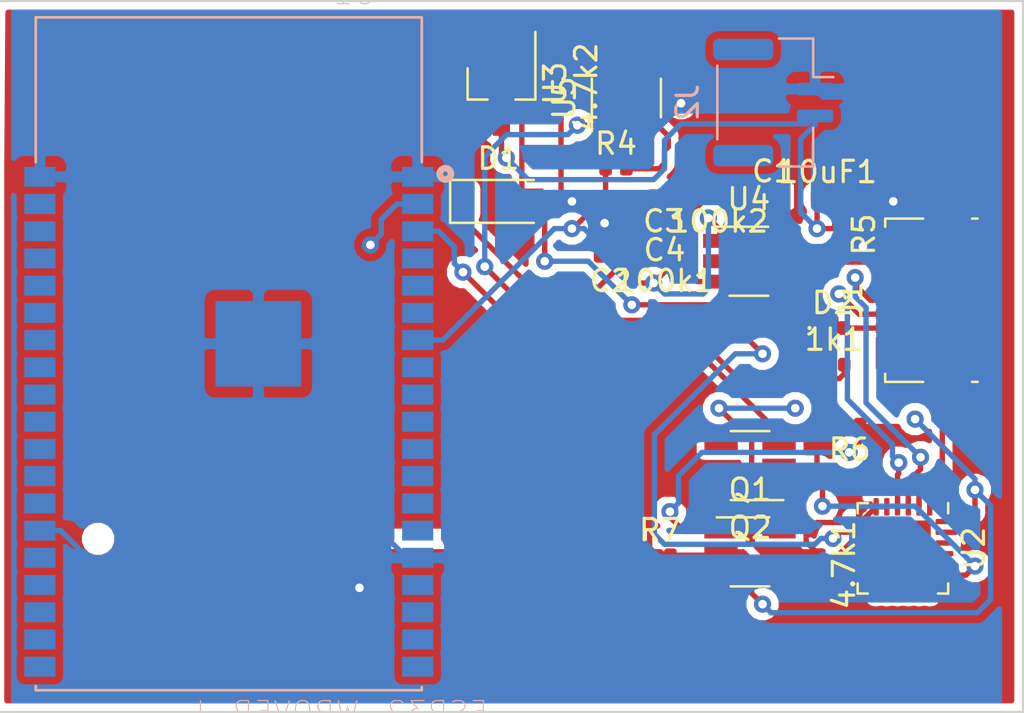
<source format=kicad_pcb>
(kicad_pcb (version 20171130) (host pcbnew "(5.0.1)-4")

  (general
    (thickness 1.6)
    (drawings 5)
    (tracks 337)
    (zones 0)
    (modules 25)
    (nets 67)
  )

  (page A4)
  (layers
    (0 F.Cu signal)
    (31 B.Cu signal)
    (32 B.Adhes user)
    (33 F.Adhes user)
    (34 B.Paste user)
    (35 F.Paste user)
    (36 B.SilkS user hide)
    (37 F.SilkS user hide)
    (38 B.Mask user)
    (39 F.Mask user)
    (40 Dwgs.User user)
    (41 Cmts.User user)
    (42 Eco1.User user)
    (43 Eco2.User user)
    (44 Edge.Cuts user hide)
    (45 Margin user hide)
    (46 B.CrtYd user)
    (47 F.CrtYd user)
    (48 B.Fab user hide)
    (49 F.Fab user hide)
  )

  (setup
    (last_trace_width 0.25)
    (trace_clearance 0.2)
    (zone_clearance 0.35)
    (zone_45_only no)
    (trace_min 0.2)
    (segment_width 0.2)
    (edge_width 0.15)
    (via_size 0.8)
    (via_drill 0.4)
    (via_min_size 0.4)
    (via_min_drill 0.3)
    (uvia_size 0.3)
    (uvia_drill 0.1)
    (uvias_allowed no)
    (uvia_min_size 0.2)
    (uvia_min_drill 0.1)
    (pcb_text_width 0.3)
    (pcb_text_size 1.5 1.5)
    (mod_edge_width 0.15)
    (mod_text_size 1 1)
    (mod_text_width 0.15)
    (pad_size 1.524 1.524)
    (pad_drill 0.762)
    (pad_to_mask_clearance 0.051)
    (solder_mask_min_width 0.25)
    (aux_axis_origin 0 0)
    (visible_elements 7FFFFFFF)
    (pcbplotparams
      (layerselection 0x00000_ffffffff)
      (usegerberextensions false)
      (usegerberattributes false)
      (usegerberadvancedattributes false)
      (creategerberjobfile false)
      (excludeedgelayer true)
      (linewidth 0.100000)
      (plotframeref false)
      (viasonmask false)
      (mode 1)
      (useauxorigin false)
      (hpglpennumber 1)
      (hpglpenspeed 20)
      (hpglpendiameter 15.000000)
      (psnegative false)
      (psa4output false)
      (plotreference true)
      (plotvalue true)
      (plotinvisibletext false)
      (padsonsilk false)
      (subtractmaskfromsilk false)
      (outputformat 1)
      (mirror false)
      (drillshape 0)
      (scaleselection 1)
      (outputdirectory "Outputs/"))
  )

  (net 0 "")
  (net 1 "Net-(1k1-Pad1)")
  (net 2 "Net-(1k1-Pad2)")
  (net 3 GND)
  (net 4 VBUS)
  (net 5 "Net-(100k1-Pad1)")
  (net 6 "Net-(100k2-Pad2)")
  (net 7 A13_I35)
  (net 8 VBAT)
  (net 9 RTS)
  (net 10 DTR)
  (net 11 "Net-(4.7k1-Pad2)")
  (net 12 +3.3VA)
  (net 13 "Net-(4.7k2-Pad1)")
  (net 14 "Net-(U4-Pad4)")
  (net 15 "Net-(U2-Pad1)")
  (net 16 "Net-(J1-Pad3)")
  (net 17 "Net-(J1-Pad2)")
  (net 18 "Net-(U2-Pad10)")
  (net 19 "Net-(U2-Pad11)")
  (net 20 "Net-(U2-Pad12)")
  (net 21 "Net-(U2-Pad13)")
  (net 22 "Net-(U2-Pad14)")
  (net 23 "Net-(U2-Pad15)")
  (net 24 "Net-(U2-Pad16)")
  (net 25 "Net-(U2-Pad17)")
  (net 26 "Net-(U2-Pad18)")
  (net 27 TXD0)
  (net 28 RXD0)
  (net 29 "Net-(U2-Pad22)")
  (net 30 "Net-(U2-Pad24)")
  (net 31 RESET)
  (net 32 "Net-(U1-Pad4)")
  (net 33 "Net-(U1-Pad5)")
  (net 34 "Net-(U1-Pad6)")
  (net 35 "Net-(U1-Pad8)")
  (net 36 "Net-(U1-Pad9)")
  (net 37 "Net-(U1-Pad10)")
  (net 38 "Net-(U1-Pad11)")
  (net 39 "Net-(U1-Pad12)")
  (net 40 "Net-(U1-Pad13)")
  (net 41 "Net-(U1-Pad14)")
  (net 42 "Net-(U1-Pad16)")
  (net 43 "Net-(U1-Pad17)")
  (net 44 "Net-(U1-Pad18)")
  (net 45 "Net-(U1-Pad19)")
  (net 46 "Net-(U1-Pad20)")
  (net 47 "Net-(U1-Pad21)")
  (net 48 "Net-(U1-Pad22)")
  (net 49 "Net-(U1-Pad23)")
  (net 50 "Net-(U1-Pad24)")
  (net 51 GPIO0)
  (net 52 "Net-(U1-Pad26)")
  (net 53 "Net-(U1-Pad27)")
  (net 54 "Net-(U1-Pad28)")
  (net 55 "Net-(U1-Pad29)")
  (net 56 "Net-(U1-Pad30)")
  (net 57 "Net-(U1-Pad31)")
  (net 58 "Net-(U1-Pad33)")
  (net 59 "Net-(U1-Pad34)")
  (net 60 "Net-(U1-Pad35)")
  (net 61 "Net-(U1-Pad36)")
  (net 62 "Net-(U1-Pad37)")
  (net 63 "Net-(J1-Pad4)")
  (net 64 "Net-(U2-Pad25)")
  (net 65 "Net-(Q2-Pad1)")
  (net 66 "Net-(Q1-Pad1)")

  (net_class Default "This is the default net class."
    (clearance 0.2)
    (trace_width 0.25)
    (via_dia 0.8)
    (via_drill 0.4)
    (uvia_dia 0.3)
    (uvia_drill 0.1)
    (add_net +3.3VA)
    (add_net A13_I35)
    (add_net DTR)
    (add_net GND)
    (add_net GPIO0)
    (add_net "Net-(100k1-Pad1)")
    (add_net "Net-(100k2-Pad2)")
    (add_net "Net-(1k1-Pad1)")
    (add_net "Net-(1k1-Pad2)")
    (add_net "Net-(4.7k1-Pad2)")
    (add_net "Net-(4.7k2-Pad1)")
    (add_net "Net-(J1-Pad2)")
    (add_net "Net-(J1-Pad3)")
    (add_net "Net-(J1-Pad4)")
    (add_net "Net-(Q1-Pad1)")
    (add_net "Net-(Q2-Pad1)")
    (add_net "Net-(U1-Pad10)")
    (add_net "Net-(U1-Pad11)")
    (add_net "Net-(U1-Pad12)")
    (add_net "Net-(U1-Pad13)")
    (add_net "Net-(U1-Pad14)")
    (add_net "Net-(U1-Pad16)")
    (add_net "Net-(U1-Pad17)")
    (add_net "Net-(U1-Pad18)")
    (add_net "Net-(U1-Pad19)")
    (add_net "Net-(U1-Pad20)")
    (add_net "Net-(U1-Pad21)")
    (add_net "Net-(U1-Pad22)")
    (add_net "Net-(U1-Pad23)")
    (add_net "Net-(U1-Pad24)")
    (add_net "Net-(U1-Pad26)")
    (add_net "Net-(U1-Pad27)")
    (add_net "Net-(U1-Pad28)")
    (add_net "Net-(U1-Pad29)")
    (add_net "Net-(U1-Pad30)")
    (add_net "Net-(U1-Pad31)")
    (add_net "Net-(U1-Pad33)")
    (add_net "Net-(U1-Pad34)")
    (add_net "Net-(U1-Pad35)")
    (add_net "Net-(U1-Pad36)")
    (add_net "Net-(U1-Pad37)")
    (add_net "Net-(U1-Pad4)")
    (add_net "Net-(U1-Pad5)")
    (add_net "Net-(U1-Pad6)")
    (add_net "Net-(U1-Pad8)")
    (add_net "Net-(U1-Pad9)")
    (add_net "Net-(U2-Pad1)")
    (add_net "Net-(U2-Pad10)")
    (add_net "Net-(U2-Pad11)")
    (add_net "Net-(U2-Pad12)")
    (add_net "Net-(U2-Pad13)")
    (add_net "Net-(U2-Pad14)")
    (add_net "Net-(U2-Pad15)")
    (add_net "Net-(U2-Pad16)")
    (add_net "Net-(U2-Pad17)")
    (add_net "Net-(U2-Pad18)")
    (add_net "Net-(U2-Pad22)")
    (add_net "Net-(U2-Pad24)")
    (add_net "Net-(U2-Pad25)")
    (add_net "Net-(U4-Pad4)")
    (add_net RESET)
    (add_net RTS)
    (add_net RXD0)
    (add_net TXD0)
    (add_net VBAT)
    (add_net VBUS)
  )

  (module Resistor_SMD:R_0402_1005Metric (layer F.Cu) (tedit 5B301BBD) (tstamp 5C7D8711)
    (at 249.705 24.384)
    (descr "Resistor SMD 0402 (1005 Metric), square (rectangular) end terminal, IPC_7351 nominal, (Body size source: http://www.tortai-tech.com/upload/download/2011102023233369053.pdf), generated with kicad-footprint-generator")
    (tags resistor)
    (path /5C350B78)
    (attr smd)
    (fp_text reference R4 (at 0 -1.17) (layer F.SilkS)
      (effects (font (size 1 1) (thickness 0.15)))
    )
    (fp_text value 100k (at 0 1.17) (layer F.Fab)
      (effects (font (size 1 1) (thickness 0.15)))
    )
    (fp_text user %R (at 0 0) (layer F.Fab)
      (effects (font (size 0.25 0.25) (thickness 0.04)))
    )
    (fp_line (start 0.93 0.47) (end -0.93 0.47) (layer F.CrtYd) (width 0.05))
    (fp_line (start 0.93 -0.47) (end 0.93 0.47) (layer F.CrtYd) (width 0.05))
    (fp_line (start -0.93 -0.47) (end 0.93 -0.47) (layer F.CrtYd) (width 0.05))
    (fp_line (start -0.93 0.47) (end -0.93 -0.47) (layer F.CrtYd) (width 0.05))
    (fp_line (start 0.5 0.25) (end -0.5 0.25) (layer F.Fab) (width 0.1))
    (fp_line (start 0.5 -0.25) (end 0.5 0.25) (layer F.Fab) (width 0.1))
    (fp_line (start -0.5 -0.25) (end 0.5 -0.25) (layer F.Fab) (width 0.1))
    (fp_line (start -0.5 0.25) (end -0.5 -0.25) (layer F.Fab) (width 0.1))
    (pad 2 smd roundrect (at 0.485 0) (size 0.59 0.64) (layers F.Cu F.Paste F.Mask) (roundrect_rratio 0.25)
      (net 3 GND))
    (pad 1 smd roundrect (at -0.485 0) (size 0.59 0.64) (layers F.Cu F.Paste F.Mask) (roundrect_rratio 0.25)
      (net 7 A13_I35))
    (model ${KISYS3DMOD}/Resistor_SMD.3dshapes/R_0402_1005Metric.wrl
      (at (xyz 0 0 0))
      (scale (xyz 1 1 1))
      (rotate (xyz 0 0 0))
    )
  )

  (module Resistor_SMD:R_0402_1005Metric (layer F.Cu) (tedit 5B301BBD) (tstamp 5C7D8702)
    (at 260.096 27.455 270)
    (descr "Resistor SMD 0402 (1005 Metric), square (rectangular) end terminal, IPC_7351 nominal, (Body size source: http://www.tortai-tech.com/upload/download/2011102023233369053.pdf), generated with kicad-footprint-generator")
    (tags resistor)
    (path /5C350B1C)
    (attr smd)
    (fp_text reference R5 (at 0 -1.17 270) (layer F.SilkS)
      (effects (font (size 1 1) (thickness 0.15)))
    )
    (fp_text value 100k (at 0 1.17 270) (layer F.Fab)
      (effects (font (size 1 1) (thickness 0.15)))
    )
    (fp_line (start -0.5 0.25) (end -0.5 -0.25) (layer F.Fab) (width 0.1))
    (fp_line (start -0.5 -0.25) (end 0.5 -0.25) (layer F.Fab) (width 0.1))
    (fp_line (start 0.5 -0.25) (end 0.5 0.25) (layer F.Fab) (width 0.1))
    (fp_line (start 0.5 0.25) (end -0.5 0.25) (layer F.Fab) (width 0.1))
    (fp_line (start -0.93 0.47) (end -0.93 -0.47) (layer F.CrtYd) (width 0.05))
    (fp_line (start -0.93 -0.47) (end 0.93 -0.47) (layer F.CrtYd) (width 0.05))
    (fp_line (start 0.93 -0.47) (end 0.93 0.47) (layer F.CrtYd) (width 0.05))
    (fp_line (start 0.93 0.47) (end -0.93 0.47) (layer F.CrtYd) (width 0.05))
    (fp_text user %R (at 0 0 270) (layer F.Fab)
      (effects (font (size 0.25 0.25) (thickness 0.04)))
    )
    (pad 1 smd roundrect (at -0.485 0 270) (size 0.59 0.64) (layers F.Cu F.Paste F.Mask) (roundrect_rratio 0.25)
      (net 8 VBAT))
    (pad 2 smd roundrect (at 0.485 0 270) (size 0.59 0.64) (layers F.Cu F.Paste F.Mask) (roundrect_rratio 0.25)
      (net 7 A13_I35))
    (model ${KISYS3DMOD}/Resistor_SMD.3dshapes/R_0402_1005Metric.wrl
      (at (xyz 0 0 0))
      (scale (xyz 1 1 1))
      (rotate (xyz 0 0 0))
    )
  )

  (module Resistor_SMD:R_0402_1005Metric (layer F.Cu) (tedit 5B301BBD) (tstamp 5C7D6A22)
    (at 260.604 36.322 180)
    (descr "Resistor SMD 0402 (1005 Metric), square (rectangular) end terminal, IPC_7351 nominal, (Body size source: http://www.tortai-tech.com/upload/download/2011102023233369053.pdf), generated with kicad-footprint-generator")
    (tags resistor)
    (path /5C3CC1DB)
    (attr smd)
    (fp_text reference R6 (at 0 -1.17 180) (layer F.SilkS)
      (effects (font (size 1 1) (thickness 0.15)))
    )
    (fp_text value 10k (at 0 1.17 180) (layer F.Fab)
      (effects (font (size 1 1) (thickness 0.15)))
    )
    (fp_text user %R (at 0 0 180) (layer F.Fab)
      (effects (font (size 0.25 0.25) (thickness 0.04)))
    )
    (fp_line (start 0.93 0.47) (end -0.93 0.47) (layer F.CrtYd) (width 0.05))
    (fp_line (start 0.93 -0.47) (end 0.93 0.47) (layer F.CrtYd) (width 0.05))
    (fp_line (start -0.93 -0.47) (end 0.93 -0.47) (layer F.CrtYd) (width 0.05))
    (fp_line (start -0.93 0.47) (end -0.93 -0.47) (layer F.CrtYd) (width 0.05))
    (fp_line (start 0.5 0.25) (end -0.5 0.25) (layer F.Fab) (width 0.1))
    (fp_line (start 0.5 -0.25) (end 0.5 0.25) (layer F.Fab) (width 0.1))
    (fp_line (start -0.5 -0.25) (end 0.5 -0.25) (layer F.Fab) (width 0.1))
    (fp_line (start -0.5 0.25) (end -0.5 -0.25) (layer F.Fab) (width 0.1))
    (pad 2 smd roundrect (at 0.485 0 180) (size 0.59 0.64) (layers F.Cu F.Paste F.Mask) (roundrect_rratio 0.25)
      (net 9 RTS))
    (pad 1 smd roundrect (at -0.485 0 180) (size 0.59 0.64) (layers F.Cu F.Paste F.Mask) (roundrect_rratio 0.25)
      (net 66 "Net-(Q1-Pad1)"))
    (model ${KISYS3DMOD}/Resistor_SMD.3dshapes/R_0402_1005Metric.wrl
      (at (xyz 0 0 0))
      (scale (xyz 1 1 1))
      (rotate (xyz 0 0 0))
    )
  )

  (module Resistor_SMD:R_0402_1005Metric (layer F.Cu) (tedit 5B301BBD) (tstamp 5C7D6A13)
    (at 251.76 42.418)
    (descr "Resistor SMD 0402 (1005 Metric), square (rectangular) end terminal, IPC_7351 nominal, (Body size source: http://www.tortai-tech.com/upload/download/2011102023233369053.pdf), generated with kicad-footprint-generator")
    (tags resistor)
    (path /5C3CC33D)
    (attr smd)
    (fp_text reference R7 (at 0 -1.17) (layer F.SilkS)
      (effects (font (size 1 1) (thickness 0.15)))
    )
    (fp_text value 10k (at 0 1.17) (layer F.Fab)
      (effects (font (size 1 1) (thickness 0.15)))
    )
    (fp_line (start -0.5 0.25) (end -0.5 -0.25) (layer F.Fab) (width 0.1))
    (fp_line (start -0.5 -0.25) (end 0.5 -0.25) (layer F.Fab) (width 0.1))
    (fp_line (start 0.5 -0.25) (end 0.5 0.25) (layer F.Fab) (width 0.1))
    (fp_line (start 0.5 0.25) (end -0.5 0.25) (layer F.Fab) (width 0.1))
    (fp_line (start -0.93 0.47) (end -0.93 -0.47) (layer F.CrtYd) (width 0.05))
    (fp_line (start -0.93 -0.47) (end 0.93 -0.47) (layer F.CrtYd) (width 0.05))
    (fp_line (start 0.93 -0.47) (end 0.93 0.47) (layer F.CrtYd) (width 0.05))
    (fp_line (start 0.93 0.47) (end -0.93 0.47) (layer F.CrtYd) (width 0.05))
    (fp_text user %R (at 0 0) (layer F.Fab)
      (effects (font (size 0.25 0.25) (thickness 0.04)))
    )
    (pad 1 smd roundrect (at -0.485 0) (size 0.59 0.64) (layers F.Cu F.Paste F.Mask) (roundrect_rratio 0.25)
      (net 65 "Net-(Q2-Pad1)"))
    (pad 2 smd roundrect (at 0.485 0) (size 0.59 0.64) (layers F.Cu F.Paste F.Mask) (roundrect_rratio 0.25)
      (net 10 DTR))
    (model ${KISYS3DMOD}/Resistor_SMD.3dshapes/R_0402_1005Metric.wrl
      (at (xyz 0 0 0))
      (scale (xyz 1 1 1))
      (rotate (xyz 0 0 0))
    )
  )

  (module Connector_JST:JST_GH_BM02B-GHS-TBT_1x02-1MP_P1.25mm_Vertical (layer B.Cu) (tedit 5B78AD87) (tstamp 5C7D0EAE)
    (at 257.04038 21.29282 270)
    (descr "JST GH series connector, BM02B-GHS-TBT (http://www.jst-mfg.com/product/pdf/eng/eGH.pdf), generated with kicad-footprint-generator")
    (tags "connector JST GH side entry")
    (path /5C4043EE)
    (attr smd)
    (fp_text reference J2 (at 0 4 270) (layer B.SilkS)
      (effects (font (size 1 1) (thickness 0.15)) (justify mirror))
    )
    (fp_text value Conn_01x02 (at 0 -4 270) (layer B.Fab)
      (effects (font (size 1 1) (thickness 0.15)) (justify mirror))
    )
    (fp_line (start -2.875 -1.75) (end 2.875 -1.75) (layer B.Fab) (width 0.1))
    (fp_line (start -2.985 -0.26) (end -2.985 -1.86) (layer B.SilkS) (width 0.12))
    (fp_line (start -2.985 -1.86) (end -1.185 -1.86) (layer B.SilkS) (width 0.12))
    (fp_line (start -1.185 -1.86) (end -1.185 -2.8) (layer B.SilkS) (width 0.12))
    (fp_line (start 2.985 -0.26) (end 2.985 -1.86) (layer B.SilkS) (width 0.12))
    (fp_line (start 2.985 -1.86) (end 1.185 -1.86) (layer B.SilkS) (width 0.12))
    (fp_line (start -1.715 2.61) (end 1.715 2.61) (layer B.SilkS) (width 0.12))
    (fp_line (start -2.875 2.5) (end 2.875 2.5) (layer B.Fab) (width 0.1))
    (fp_line (start -2.875 -1.75) (end -2.875 2.5) (layer B.Fab) (width 0.1))
    (fp_line (start 2.875 -1.75) (end 2.875 2.5) (layer B.Fab) (width 0.1))
    (fp_line (start -0.875 0.5) (end -0.875 0) (layer B.Fab) (width 0.1))
    (fp_line (start -0.875 0) (end -0.375 0) (layer B.Fab) (width 0.1))
    (fp_line (start -0.375 0) (end -0.375 0.5) (layer B.Fab) (width 0.1))
    (fp_line (start -0.375 0.5) (end -0.875 0.5) (layer B.Fab) (width 0.1))
    (fp_line (start 0.375 0.5) (end 0.375 0) (layer B.Fab) (width 0.1))
    (fp_line (start 0.375 0) (end 0.875 0) (layer B.Fab) (width 0.1))
    (fp_line (start 0.875 0) (end 0.875 0.5) (layer B.Fab) (width 0.1))
    (fp_line (start 0.875 0.5) (end 0.375 0.5) (layer B.Fab) (width 0.1))
    (fp_line (start -3.48 3.3) (end -3.48 -3.3) (layer B.CrtYd) (width 0.05))
    (fp_line (start -3.48 -3.3) (end 3.48 -3.3) (layer B.CrtYd) (width 0.05))
    (fp_line (start 3.48 -3.3) (end 3.48 3.3) (layer B.CrtYd) (width 0.05))
    (fp_line (start 3.48 3.3) (end -3.48 3.3) (layer B.CrtYd) (width 0.05))
    (fp_line (start -1.125 -1.75) (end -0.625 -1.042893) (layer B.Fab) (width 0.1))
    (fp_line (start -0.625 -1.042893) (end -0.125 -1.75) (layer B.Fab) (width 0.1))
    (fp_text user %R (at 0 1.5 270) (layer B.Fab)
      (effects (font (size 1 1) (thickness 0.15)) (justify mirror))
    )
    (pad 1 smd roundrect (at -0.625 -1.95 270) (size 0.6 1.7) (layers B.Cu B.Paste B.Mask) (roundrect_rratio 0.25)
      (net 3 GND))
    (pad 2 smd roundrect (at 0.625 -1.95 270) (size 0.6 1.7) (layers B.Cu B.Paste B.Mask) (roundrect_rratio 0.25)
      (net 8 VBAT))
    (pad MP smd roundrect (at -2.475 1.4 270) (size 1 2.8) (layers B.Cu B.Paste B.Mask) (roundrect_rratio 0.25))
    (pad MP smd roundrect (at 2.475 1.4 270) (size 1 2.8) (layers B.Cu B.Paste B.Mask) (roundrect_rratio 0.25))
    (model ${KISYS3DMOD}/Connector_JST.3dshapes/JST_GH_BM02B-GHS-TBT_1x02-1MP_P1.25mm_Vertical.wrl
      (at (xyz 0 0 0))
      (scale (xyz 1 1 1))
      (rotate (xyz 0 0 0))
    )
  )

  (module Capacitor_SMD:C_0402_1005Metric (layer F.Cu) (tedit 5B301BBE) (tstamp 5C70C21C)
    (at 259.565 25.70226)
    (descr "Capacitor SMD 0402 (1005 Metric), square (rectangular) end terminal, IPC_7351 nominal, (Body size source: http://www.tortai-tech.com/upload/download/2011102023233369053.pdf), generated with kicad-footprint-generator")
    (tags capacitor)
    (path /5C43AADE)
    (attr smd)
    (fp_text reference 10uF1 (at 0 -1.17) (layer F.SilkS)
      (effects (font (size 1 1) (thickness 0.15)))
    )
    (fp_text value C (at 0 1.17) (layer F.Fab)
      (effects (font (size 1 1) (thickness 0.15)))
    )
    (fp_line (start -0.5 0.25) (end -0.5 -0.25) (layer F.Fab) (width 0.1))
    (fp_line (start -0.5 -0.25) (end 0.5 -0.25) (layer F.Fab) (width 0.1))
    (fp_line (start 0.5 -0.25) (end 0.5 0.25) (layer F.Fab) (width 0.1))
    (fp_line (start 0.5 0.25) (end -0.5 0.25) (layer F.Fab) (width 0.1))
    (fp_line (start -0.93 0.47) (end -0.93 -0.47) (layer F.CrtYd) (width 0.05))
    (fp_line (start -0.93 -0.47) (end 0.93 -0.47) (layer F.CrtYd) (width 0.05))
    (fp_line (start 0.93 -0.47) (end 0.93 0.47) (layer F.CrtYd) (width 0.05))
    (fp_line (start 0.93 0.47) (end -0.93 0.47) (layer F.CrtYd) (width 0.05))
    (fp_text user %R (at 0 0) (layer F.Fab)
      (effects (font (size 0.25 0.25) (thickness 0.04)))
    )
    (pad 1 smd roundrect (at -0.485 0) (size 0.59 0.64) (layers F.Cu F.Paste F.Mask) (roundrect_rratio 0.25)
      (net 8 VBAT))
    (pad 2 smd roundrect (at 0.485 0) (size 0.59 0.64) (layers F.Cu F.Paste F.Mask) (roundrect_rratio 0.25)
      (net 3 GND))
    (model ${KISYS3DMOD}/Capacitor_SMD.3dshapes/C_0402_1005Metric.wrl
      (at (xyz 0 0 0))
      (scale (xyz 1 1 1))
      (rotate (xyz 0 0 0))
    )
  )

  (module Capacitor_SMD:C_0402_1005Metric (layer F.Cu) (tedit 5B301BBE) (tstamp 5C70C20D)
    (at 257.025 25.67432)
    (descr "Capacitor SMD 0402 (1005 Metric), square (rectangular) end terminal, IPC_7351 nominal, (Body size source: http://www.tortai-tech.com/upload/download/2011102023233369053.pdf), generated with kicad-footprint-generator")
    (tags capacitor)
    (path /5C341744)
    (attr smd)
    (fp_text reference C1 (at 0 -1.17) (layer F.SilkS)
      (effects (font (size 1 1) (thickness 0.15)))
    )
    (fp_text value 1uf (at 0 1.17) (layer F.Fab)
      (effects (font (size 1 1) (thickness 0.15)))
    )
    (fp_text user %R (at 0 0) (layer F.Fab)
      (effects (font (size 0.25 0.25) (thickness 0.04)))
    )
    (fp_line (start 0.93 0.47) (end -0.93 0.47) (layer F.CrtYd) (width 0.05))
    (fp_line (start 0.93 -0.47) (end 0.93 0.47) (layer F.CrtYd) (width 0.05))
    (fp_line (start -0.93 -0.47) (end 0.93 -0.47) (layer F.CrtYd) (width 0.05))
    (fp_line (start -0.93 0.47) (end -0.93 -0.47) (layer F.CrtYd) (width 0.05))
    (fp_line (start 0.5 0.25) (end -0.5 0.25) (layer F.Fab) (width 0.1))
    (fp_line (start 0.5 -0.25) (end 0.5 0.25) (layer F.Fab) (width 0.1))
    (fp_line (start -0.5 -0.25) (end 0.5 -0.25) (layer F.Fab) (width 0.1))
    (fp_line (start -0.5 0.25) (end -0.5 -0.25) (layer F.Fab) (width 0.1))
    (pad 2 smd roundrect (at 0.485 0) (size 0.59 0.64) (layers F.Cu F.Paste F.Mask) (roundrect_rratio 0.25)
      (net 3 GND))
    (pad 1 smd roundrect (at -0.485 0) (size 0.59 0.64) (layers F.Cu F.Paste F.Mask) (roundrect_rratio 0.25)
      (net 12 +3.3VA))
    (model ${KISYS3DMOD}/Capacitor_SMD.3dshapes/C_0402_1005Metric.wrl
      (at (xyz 0 0 0))
      (scale (xyz 1 1 1))
      (rotate (xyz 0 0 0))
    )
  )

  (module Capacitor_SMD:C_0402_1005Metric (layer F.Cu) (tedit 5B301BBE) (tstamp 5C70C1FE)
    (at 249.451 28.448 180)
    (descr "Capacitor SMD 0402 (1005 Metric), square (rectangular) end terminal, IPC_7351 nominal, (Body size source: http://www.tortai-tech.com/upload/download/2011102023233369053.pdf), generated with kicad-footprint-generator")
    (tags capacitor)
    (path /5C3688E2)
    (attr smd)
    (fp_text reference C2 (at 0 -1.17 180) (layer F.SilkS)
      (effects (font (size 1 1) (thickness 0.15)))
    )
    (fp_text value 1uf (at 0 1.17 180) (layer F.Fab)
      (effects (font (size 1 1) (thickness 0.15)))
    )
    (fp_line (start -0.5 0.25) (end -0.5 -0.25) (layer F.Fab) (width 0.1))
    (fp_line (start -0.5 -0.25) (end 0.5 -0.25) (layer F.Fab) (width 0.1))
    (fp_line (start 0.5 -0.25) (end 0.5 0.25) (layer F.Fab) (width 0.1))
    (fp_line (start 0.5 0.25) (end -0.5 0.25) (layer F.Fab) (width 0.1))
    (fp_line (start -0.93 0.47) (end -0.93 -0.47) (layer F.CrtYd) (width 0.05))
    (fp_line (start -0.93 -0.47) (end 0.93 -0.47) (layer F.CrtYd) (width 0.05))
    (fp_line (start 0.93 -0.47) (end 0.93 0.47) (layer F.CrtYd) (width 0.05))
    (fp_line (start 0.93 0.47) (end -0.93 0.47) (layer F.CrtYd) (width 0.05))
    (fp_text user %R (at 0 0 180) (layer F.Fab)
      (effects (font (size 0.25 0.25) (thickness 0.04)))
    )
    (pad 1 smd roundrect (at -0.485 0 180) (size 0.59 0.64) (layers F.Cu F.Paste F.Mask) (roundrect_rratio 0.25)
      (net 5 "Net-(100k1-Pad1)"))
    (pad 2 smd roundrect (at 0.485 0 180) (size 0.59 0.64) (layers F.Cu F.Paste F.Mask) (roundrect_rratio 0.25)
      (net 3 GND))
    (model ${KISYS3DMOD}/Capacitor_SMD.3dshapes/C_0402_1005Metric.wrl
      (at (xyz 0 0 0))
      (scale (xyz 1 1 1))
      (rotate (xyz 0 0 0))
    )
  )

  (module Capacitor_SMD:C_0402_1005Metric (layer F.Cu) (tedit 5B301BBE) (tstamp 5C70C1EF)
    (at 251.945 25.66416 180)
    (descr "Capacitor SMD 0402 (1005 Metric), square (rectangular) end terminal, IPC_7351 nominal, (Body size source: http://www.tortai-tech.com/upload/download/2011102023233369053.pdf), generated with kicad-footprint-generator")
    (tags capacitor)
    (path /5C36FB88)
    (attr smd)
    (fp_text reference C3 (at 0 -1.17 180) (layer F.SilkS)
      (effects (font (size 1 1) (thickness 0.15)))
    )
    (fp_text value 1uf (at 0 1.17 180) (layer F.Fab)
      (effects (font (size 1 1) (thickness 0.15)))
    )
    (fp_text user %R (at 0 0 180) (layer F.Fab)
      (effects (font (size 0.25 0.25) (thickness 0.04)))
    )
    (fp_line (start 0.93 0.47) (end -0.93 0.47) (layer F.CrtYd) (width 0.05))
    (fp_line (start 0.93 -0.47) (end 0.93 0.47) (layer F.CrtYd) (width 0.05))
    (fp_line (start -0.93 -0.47) (end 0.93 -0.47) (layer F.CrtYd) (width 0.05))
    (fp_line (start -0.93 0.47) (end -0.93 -0.47) (layer F.CrtYd) (width 0.05))
    (fp_line (start 0.5 0.25) (end -0.5 0.25) (layer F.Fab) (width 0.1))
    (fp_line (start 0.5 -0.25) (end 0.5 0.25) (layer F.Fab) (width 0.1))
    (fp_line (start -0.5 -0.25) (end 0.5 -0.25) (layer F.Fab) (width 0.1))
    (fp_line (start -0.5 0.25) (end -0.5 -0.25) (layer F.Fab) (width 0.1))
    (pad 2 smd roundrect (at 0.485 0 180) (size 0.59 0.64) (layers F.Cu F.Paste F.Mask) (roundrect_rratio 0.25)
      (net 3 GND))
    (pad 1 smd roundrect (at -0.485 0 180) (size 0.59 0.64) (layers F.Cu F.Paste F.Mask) (roundrect_rratio 0.25)
      (net 12 +3.3VA))
    (model ${KISYS3DMOD}/Capacitor_SMD.3dshapes/C_0402_1005Metric.wrl
      (at (xyz 0 0 0))
      (scale (xyz 1 1 1))
      (rotate (xyz 0 0 0))
    )
  )

  (module Capacitor_SMD:C_0402_1005Metric (layer F.Cu) (tedit 5B301BBE) (tstamp 5C70C1E0)
    (at 251.968 27.01036 180)
    (descr "Capacitor SMD 0402 (1005 Metric), square (rectangular) end terminal, IPC_7351 nominal, (Body size source: http://www.tortai-tech.com/upload/download/2011102023233369053.pdf), generated with kicad-footprint-generator")
    (tags capacitor)
    (path /5C36FBE0)
    (attr smd)
    (fp_text reference C4 (at 0 -1.17 180) (layer F.SilkS)
      (effects (font (size 1 1) (thickness 0.15)))
    )
    (fp_text value 1uf (at 0 1.17 180) (layer F.Fab)
      (effects (font (size 1 1) (thickness 0.15)))
    )
    (fp_line (start -0.5 0.25) (end -0.5 -0.25) (layer F.Fab) (width 0.1))
    (fp_line (start -0.5 -0.25) (end 0.5 -0.25) (layer F.Fab) (width 0.1))
    (fp_line (start 0.5 -0.25) (end 0.5 0.25) (layer F.Fab) (width 0.1))
    (fp_line (start 0.5 0.25) (end -0.5 0.25) (layer F.Fab) (width 0.1))
    (fp_line (start -0.93 0.47) (end -0.93 -0.47) (layer F.CrtYd) (width 0.05))
    (fp_line (start -0.93 -0.47) (end 0.93 -0.47) (layer F.CrtYd) (width 0.05))
    (fp_line (start 0.93 -0.47) (end 0.93 0.47) (layer F.CrtYd) (width 0.05))
    (fp_line (start 0.93 0.47) (end -0.93 0.47) (layer F.CrtYd) (width 0.05))
    (fp_text user %R (at 0 0 180) (layer F.Fab)
      (effects (font (size 0.25 0.25) (thickness 0.04)))
    )
    (pad 1 smd roundrect (at -0.485 0 180) (size 0.59 0.64) (layers F.Cu F.Paste F.Mask) (roundrect_rratio 0.25)
      (net 12 +3.3VA))
    (pad 2 smd roundrect (at 0.485 0 180) (size 0.59 0.64) (layers F.Cu F.Paste F.Mask) (roundrect_rratio 0.25)
      (net 3 GND))
    (model ${KISYS3DMOD}/Capacitor_SMD.3dshapes/C_0402_1005Metric.wrl
      (at (xyz 0 0 0))
      (scale (xyz 1 1 1))
      (rotate (xyz 0 0 0))
    )
  )

  (module Connector_USB:USB_Micro-B_Molex_47346-0001 (layer F.Cu) (tedit 5A1DC0BD) (tstamp 5C70C1D1)
    (at 263.9695 30.52064 90)
    (descr "Micro USB B receptable with flange, bottom-mount, SMD, right-angle (http://www.molex.com/pdm_docs/sd/473460001_sd.pdf)")
    (tags "Micro B USB SMD")
    (path /5C33E706)
    (attr smd)
    (fp_text reference J1 (at 0 -3.3 270) (layer F.SilkS)
      (effects (font (size 1 1) (thickness 0.15)))
    )
    (fp_text value USB_B_Micro (at 0 4.6 270) (layer F.Fab)
      (effects (font (size 1 1) (thickness 0.15)))
    )
    (fp_text user "PCB Edge" (at 0 2.67 270) (layer Dwgs.User)
      (effects (font (size 0.4 0.4) (thickness 0.04)))
    )
    (fp_text user %R (at 0 1.2 90) (layer F.Fab)
      (effects (font (size 1 1) (thickness 0.15)))
    )
    (fp_line (start 3.81 -1.71) (end 3.43 -1.71) (layer F.SilkS) (width 0.12))
    (fp_line (start 4.6 3.9) (end -4.6 3.9) (layer F.CrtYd) (width 0.05))
    (fp_line (start 4.6 -2.7) (end 4.6 3.9) (layer F.CrtYd) (width 0.05))
    (fp_line (start -4.6 -2.7) (end 4.6 -2.7) (layer F.CrtYd) (width 0.05))
    (fp_line (start -4.6 3.9) (end -4.6 -2.7) (layer F.CrtYd) (width 0.05))
    (fp_line (start 3.75 3.35) (end -3.75 3.35) (layer F.Fab) (width 0.1))
    (fp_line (start 3.75 -1.65) (end 3.75 3.35) (layer F.Fab) (width 0.1))
    (fp_line (start -3.75 -1.65) (end 3.75 -1.65) (layer F.Fab) (width 0.1))
    (fp_line (start -3.75 3.35) (end -3.75 -1.65) (layer F.Fab) (width 0.1))
    (fp_line (start 3.81 2.34) (end 3.81 2.6) (layer F.SilkS) (width 0.12))
    (fp_line (start 3.81 -1.71) (end 3.81 0.06) (layer F.SilkS) (width 0.12))
    (fp_line (start -3.81 -1.71) (end -3.43 -1.71) (layer F.SilkS) (width 0.12))
    (fp_line (start -3.81 0.06) (end -3.81 -1.71) (layer F.SilkS) (width 0.12))
    (fp_line (start -3.81 2.6) (end -3.81 2.34) (layer F.SilkS) (width 0.12))
    (fp_line (start -3.25 2.65) (end 3.25 2.65) (layer F.Fab) (width 0.1))
    (pad 1 smd rect (at -1.3 -1.46 90) (size 0.45 1.38) (layers F.Cu F.Paste F.Mask)
      (net 4 VBUS))
    (pad 2 smd rect (at -0.65 -1.46 90) (size 0.45 1.38) (layers F.Cu F.Paste F.Mask)
      (net 17 "Net-(J1-Pad2)"))
    (pad 3 smd rect (at 0 -1.46 90) (size 0.45 1.38) (layers F.Cu F.Paste F.Mask)
      (net 16 "Net-(J1-Pad3)"))
    (pad 4 smd rect (at 0.65 -1.46 90) (size 0.45 1.38) (layers F.Cu F.Paste F.Mask)
      (net 63 "Net-(J1-Pad4)"))
    (pad 5 smd rect (at 1.3 -1.46 90) (size 0.45 1.38) (layers F.Cu F.Paste F.Mask)
      (net 3 GND))
    (pad 6 smd rect (at -2.4625 -1.1 90) (size 1.475 2.1) (layers F.Cu F.Paste F.Mask)
      (net 3 GND))
    (pad 6 smd rect (at 2.4625 -1.1 90) (size 1.475 2.1) (layers F.Cu F.Paste F.Mask)
      (net 3 GND))
    (pad 6 smd rect (at -2.91 1.2 90) (size 2.375 1.9) (layers F.Cu F.Paste F.Mask)
      (net 3 GND))
    (pad 6 smd rect (at 2.91 1.2 90) (size 2.375 1.9) (layers F.Cu F.Paste F.Mask)
      (net 3 GND))
    (pad 6 smd rect (at -0.84 1.2 90) (size 1.175 1.9) (layers F.Cu F.Paste F.Mask)
      (net 3 GND))
    (pad 6 smd rect (at 0.84 1.2 90) (size 1.175 1.9) (layers F.Cu F.Paste F.Mask)
      (net 3 GND))
    (model ${KISYS3DMOD}/Connector_USB.3dshapes/USB_Micro-B_Molex_47346-0001.wrl
      (at (xyz 0 0 0))
      (scale (xyz 1 1 1))
      (rotate (xyz 0 0 0))
    )
  )

  (module Diode_SMD:D_SOD-123 (layer F.Cu) (tedit 58645DC7) (tstamp 5C70C1B1)
    (at 244.222 25.908)
    (descr SOD-123)
    (tags SOD-123)
    (path /5C3806EE)
    (attr smd)
    (fp_text reference D1 (at 0 -2) (layer F.SilkS)
      (effects (font (size 1 1) (thickness 0.15)))
    )
    (fp_text value MBR120 (at 0 2.1) (layer F.Fab)
      (effects (font (size 1 1) (thickness 0.15)))
    )
    (fp_text user %R (at 0 -2) (layer F.Fab)
      (effects (font (size 1 1) (thickness 0.15)))
    )
    (fp_line (start -2.25 -1) (end -2.25 1) (layer F.SilkS) (width 0.12))
    (fp_line (start 0.25 0) (end 0.75 0) (layer F.Fab) (width 0.1))
    (fp_line (start 0.25 0.4) (end -0.35 0) (layer F.Fab) (width 0.1))
    (fp_line (start 0.25 -0.4) (end 0.25 0.4) (layer F.Fab) (width 0.1))
    (fp_line (start -0.35 0) (end 0.25 -0.4) (layer F.Fab) (width 0.1))
    (fp_line (start -0.35 0) (end -0.35 0.55) (layer F.Fab) (width 0.1))
    (fp_line (start -0.35 0) (end -0.35 -0.55) (layer F.Fab) (width 0.1))
    (fp_line (start -0.75 0) (end -0.35 0) (layer F.Fab) (width 0.1))
    (fp_line (start -1.4 0.9) (end -1.4 -0.9) (layer F.Fab) (width 0.1))
    (fp_line (start 1.4 0.9) (end -1.4 0.9) (layer F.Fab) (width 0.1))
    (fp_line (start 1.4 -0.9) (end 1.4 0.9) (layer F.Fab) (width 0.1))
    (fp_line (start -1.4 -0.9) (end 1.4 -0.9) (layer F.Fab) (width 0.1))
    (fp_line (start -2.35 -1.15) (end 2.35 -1.15) (layer F.CrtYd) (width 0.05))
    (fp_line (start 2.35 -1.15) (end 2.35 1.15) (layer F.CrtYd) (width 0.05))
    (fp_line (start 2.35 1.15) (end -2.35 1.15) (layer F.CrtYd) (width 0.05))
    (fp_line (start -2.35 -1.15) (end -2.35 1.15) (layer F.CrtYd) (width 0.05))
    (fp_line (start -2.25 1) (end 1.65 1) (layer F.SilkS) (width 0.12))
    (fp_line (start -2.25 -1) (end 1.65 -1) (layer F.SilkS) (width 0.12))
    (pad 1 smd rect (at -1.65 0) (size 0.9 1.2) (layers F.Cu F.Paste F.Mask)
      (net 5 "Net-(100k1-Pad1)"))
    (pad 2 smd rect (at 1.65 0) (size 0.9 1.2) (layers F.Cu F.Paste F.Mask)
      (net 4 VBUS))
    (model ${KISYS3DMOD}/Diode_SMD.3dshapes/D_SOD-123.wrl
      (at (xyz 0 0 0))
      (scale (xyz 1 1 1))
      (rotate (xyz 0 0 0))
    )
  )

  (module ESP32-WROVER-I:XCVR_ESP32-WROVER-I (layer B.Cu) (tedit 0) (tstamp 5C70C198)
    (at 231.648 33.02 180)
    (path /5C38047B)
    (attr smd)
    (fp_text reference U1 (at -5.86507 16.7995 180) (layer B.SilkS)
      (effects (font (size 1.00087 1.00087) (thickness 0.05)) (justify mirror))
    )
    (fp_text value ESP32-WROVER-I (at -5.27726 -16.7222 180) (layer B.SilkS)
      (effects (font (size 1.00043 1.00043) (thickness 0.05)) (justify mirror))
    )
    (fp_line (start -9 15.7) (end 9 15.7) (layer Dwgs.User) (width 0.127))
    (fp_line (start 9 15.7) (end 9 -15.7) (layer Dwgs.User) (width 0.127))
    (fp_line (start 9 -15.7) (end -9 -15.7) (layer Dwgs.User) (width 0.127))
    (fp_line (start -9 -15.7) (end -9 15.7) (layer Dwgs.User) (width 0.127))
    (fp_line (start -9 8.95) (end -9 15.7) (layer B.SilkS) (width 0.127))
    (fp_line (start -9 15.7) (end 9 15.7) (layer B.SilkS) (width 0.127))
    (fp_line (start 9 15.7) (end 9 8.95) (layer B.SilkS) (width 0.127))
    (fp_line (start -9 -15.7) (end 9 -15.7) (layer B.SilkS) (width 0.127))
    (fp_line (start 9 -15.7) (end 9 -15.5) (layer B.SilkS) (width 0.127))
    (fp_line (start -9 -15.55) (end -9 -15.7) (layer B.SilkS) (width 0.127))
    (fp_circle (center -10.1 8.4) (end -9.9882 8.4) (layer B.SilkS) (width 0.3048))
    (fp_line (start -9.8 15.95) (end 9.8 15.95) (layer Eco1.User) (width 0.05))
    (fp_line (start 9.8 15.95) (end 9.8 -15.95) (layer Eco1.User) (width 0.05))
    (fp_line (start 9.8 -15.95) (end -9.8 -15.95) (layer Eco1.User) (width 0.05))
    (fp_line (start -9.8 -15.95) (end -9.8 15.95) (layer Eco1.User) (width 0.05))
    (fp_poly (pts (xy -2.7904 1.88) (xy 0.03 1.88) (xy 0.03 -0.940136) (xy -2.7904 -0.940136)) (layer B.Paste) (width 0))
    (fp_poly (pts (xy -9.00328 15.7) (xy 9 15.7) (xy 9 9.30339) (xy -9.00328 9.30339)) (layer Eco1.User) (width 0))
    (fp_poly (pts (xy -9.00699 15.7) (xy 9 15.7) (xy 9 9.30722) (xy -9.00699 9.30722)) (layer Dwgs.User) (width 0))
    (pad 1 smd rect (at -8.81 8.26 180) (size 1.45 0.93) (layers B.Cu B.Paste B.Mask)
      (net 3 GND))
    (pad 2 smd rect (at -8.81 6.99 180) (size 1.45 0.93) (layers B.Cu B.Paste B.Mask)
      (net 12 +3.3VA))
    (pad 3 smd rect (at -8.81 5.72 180) (size 1.45 0.93) (layers B.Cu B.Paste B.Mask)
      (net 31 RESET))
    (pad 4 smd rect (at -8.81 4.45 180) (size 1.45 0.93) (layers B.Cu B.Paste B.Mask)
      (net 32 "Net-(U1-Pad4)"))
    (pad 5 smd rect (at -8.81 3.18 180) (size 1.45 0.93) (layers B.Cu B.Paste B.Mask)
      (net 33 "Net-(U1-Pad5)"))
    (pad 6 smd rect (at -8.81 1.91 180) (size 1.45 0.93) (layers B.Cu B.Paste B.Mask)
      (net 34 "Net-(U1-Pad6)"))
    (pad 7 smd rect (at -8.81 0.64 180) (size 1.45 0.93) (layers B.Cu B.Paste B.Mask)
      (net 7 A13_I35))
    (pad 8 smd rect (at -8.81 -0.63 180) (size 1.45 0.93) (layers B.Cu B.Paste B.Mask)
      (net 35 "Net-(U1-Pad8)"))
    (pad 9 smd rect (at -8.81 -1.9 180) (size 1.45 0.93) (layers B.Cu B.Paste B.Mask)
      (net 36 "Net-(U1-Pad9)"))
    (pad 10 smd rect (at -8.81 -3.17 180) (size 1.45 0.93) (layers B.Cu B.Paste B.Mask)
      (net 37 "Net-(U1-Pad10)"))
    (pad 11 smd rect (at -8.81 -4.44 180) (size 1.45 0.93) (layers B.Cu B.Paste B.Mask)
      (net 38 "Net-(U1-Pad11)"))
    (pad 12 smd rect (at -8.81 -5.71 180) (size 1.45 0.93) (layers B.Cu B.Paste B.Mask)
      (net 39 "Net-(U1-Pad12)"))
    (pad 13 smd rect (at -8.81 -6.98 180) (size 1.45 0.93) (layers B.Cu B.Paste B.Mask)
      (net 40 "Net-(U1-Pad13)"))
    (pad 14 smd rect (at -8.81 -8.25 180) (size 1.45 0.93) (layers B.Cu B.Paste B.Mask)
      (net 41 "Net-(U1-Pad14)"))
    (pad 15 smd rect (at -8.81 -9.52 180) (size 1.45 0.93) (layers B.Cu B.Paste B.Mask)
      (net 3 GND))
    (pad 16 smd rect (at -8.81 -10.79 180) (size 1.45 0.93) (layers B.Cu B.Paste B.Mask)
      (net 42 "Net-(U1-Pad16)"))
    (pad 17 smd rect (at -8.81 -12.06 180) (size 1.45 0.93) (layers B.Cu B.Paste B.Mask)
      (net 43 "Net-(U1-Pad17)"))
    (pad 18 smd rect (at -8.81 -13.33 180) (size 1.45 0.93) (layers B.Cu B.Paste B.Mask)
      (net 44 "Net-(U1-Pad18)"))
    (pad 19 smd rect (at -8.81 -14.6 180) (size 1.45 0.93) (layers B.Cu B.Paste B.Mask)
      (net 45 "Net-(U1-Pad19)"))
    (pad 20 smd rect (at 8.81 -14.6) (size 1.45 0.93) (layers B.Cu B.Paste B.Mask)
      (net 46 "Net-(U1-Pad20)"))
    (pad 21 smd rect (at 8.81 -13.33) (size 1.45 0.93) (layers B.Cu B.Paste B.Mask)
      (net 47 "Net-(U1-Pad21)"))
    (pad 22 smd rect (at 8.81 -12.06) (size 1.45 0.93) (layers B.Cu B.Paste B.Mask)
      (net 48 "Net-(U1-Pad22)"))
    (pad 23 smd rect (at 8.81 -10.79) (size 1.45 0.93) (layers B.Cu B.Paste B.Mask)
      (net 49 "Net-(U1-Pad23)"))
    (pad 24 smd rect (at 8.81 -9.52) (size 1.45 0.93) (layers B.Cu B.Paste B.Mask)
      (net 50 "Net-(U1-Pad24)"))
    (pad 25 smd rect (at 8.81 -8.25) (size 1.45 0.93) (layers B.Cu B.Paste B.Mask)
      (net 51 GPIO0))
    (pad 26 smd rect (at 8.81 -6.98) (size 1.45 0.93) (layers B.Cu B.Paste B.Mask)
      (net 52 "Net-(U1-Pad26)"))
    (pad 27 smd rect (at 8.81 -5.71) (size 1.45 0.93) (layers B.Cu B.Paste B.Mask)
      (net 53 "Net-(U1-Pad27)"))
    (pad 28 smd rect (at 8.81 -4.44) (size 1.45 0.93) (layers B.Cu B.Paste B.Mask)
      (net 54 "Net-(U1-Pad28)"))
    (pad 29 smd rect (at 8.81 -3.17) (size 1.45 0.93) (layers B.Cu B.Paste B.Mask)
      (net 55 "Net-(U1-Pad29)"))
    (pad 30 smd rect (at 8.81 -1.9) (size 1.45 0.93) (layers B.Cu B.Paste B.Mask)
      (net 56 "Net-(U1-Pad30)"))
    (pad 31 smd rect (at 8.81 -0.63) (size 1.45 0.93) (layers B.Cu B.Paste B.Mask)
      (net 57 "Net-(U1-Pad31)"))
    (pad 32 smd rect (at 8.81 0.64) (size 1.45 0.93) (layers B.Cu B.Paste B.Mask))
    (pad 33 smd rect (at 8.81 1.91) (size 1.45 0.93) (layers B.Cu B.Paste B.Mask)
      (net 58 "Net-(U1-Pad33)"))
    (pad 34 smd rect (at 8.81 3.18) (size 1.45 0.93) (layers B.Cu B.Paste B.Mask)
      (net 59 "Net-(U1-Pad34)"))
    (pad 35 smd rect (at 8.81 4.45) (size 1.45 0.93) (layers B.Cu B.Paste B.Mask)
      (net 60 "Net-(U1-Pad35)"))
    (pad 36 smd rect (at 8.81 5.72) (size 1.45 0.93) (layers B.Cu B.Paste B.Mask)
      (net 61 "Net-(U1-Pad36)"))
    (pad 37 smd rect (at 8.81 6.99) (size 1.45 0.93) (layers B.Cu B.Paste B.Mask)
      (net 62 "Net-(U1-Pad37)"))
    (pad 38 smd rect (at 8.81 8.26) (size 1.45 0.93) (layers B.Cu B.Paste B.Mask)
      (net 3 GND))
    (pad 39 smd rect (at -1.38 0.47 180) (size 4 4) (layers B.Cu B.Paste B.Mask)
      (net 3 GND))
  )

  (module LED_SMD:LED_0402_1005Metric (layer F.Cu) (tedit 5B301BBE) (tstamp 5C70C15B)
    (at 259.82168 31.81604)
    (descr "LED SMD 0402 (1005 Metric), square (rectangular) end terminal, IPC_7351 nominal, (Body size source: http://www.tortai-tech.com/upload/download/2011102023233369053.pdf), generated with kicad-footprint-generator")
    (tags LED)
    (path /5C43AAC4)
    (attr smd)
    (fp_text reference D2 (at 0 -1.17) (layer F.SilkS)
      (effects (font (size 1 1) (thickness 0.15)))
    )
    (fp_text value D2 (at 0 -1.59004) (layer F.Fab)
      (effects (font (size 1 1) (thickness 0.15)))
    )
    (fp_circle (center -1.09 0) (end -1.04 0) (layer F.SilkS) (width 0.1))
    (fp_line (start -0.5 0.25) (end -0.5 -0.25) (layer F.Fab) (width 0.1))
    (fp_line (start -0.5 -0.25) (end 0.5 -0.25) (layer F.Fab) (width 0.1))
    (fp_line (start 0.5 -0.25) (end 0.5 0.25) (layer F.Fab) (width 0.1))
    (fp_line (start 0.5 0.25) (end -0.5 0.25) (layer F.Fab) (width 0.1))
    (fp_line (start -0.4 0.25) (end -0.4 -0.25) (layer F.Fab) (width 0.1))
    (fp_line (start -0.3 0.25) (end -0.3 -0.25) (layer F.Fab) (width 0.1))
    (fp_line (start -0.93 0.47) (end -0.93 -0.47) (layer F.CrtYd) (width 0.05))
    (fp_line (start -0.93 -0.47) (end 0.93 -0.47) (layer F.CrtYd) (width 0.05))
    (fp_line (start 0.93 -0.47) (end 0.93 0.47) (layer F.CrtYd) (width 0.05))
    (fp_line (start 0.93 0.47) (end -0.93 0.47) (layer F.CrtYd) (width 0.05))
    (fp_text user %R (at 0 0) (layer F.Fab)
      (effects (font (size 0.25 0.25) (thickness 0.04)))
    )
    (pad 1 smd roundrect (at -0.485 0) (size 0.59 0.64) (layers F.Cu F.Paste F.Mask) (roundrect_rratio 0.25)
      (net 1 "Net-(1k1-Pad1)"))
    (pad 2 smd roundrect (at 0.485 0) (size 0.59 0.64) (layers F.Cu F.Paste F.Mask) (roundrect_rratio 0.25)
      (net 4 VBUS))
    (model ${KISYS3DMOD}/LED_SMD.3dshapes/LED_0402_1005Metric.wrl
      (at (xyz 0 0 0))
      (scale (xyz 1 1 1))
      (rotate (xyz 0 0 0))
    )
  )

  (module Package_DFN_QFN:QFN-24-1EP_4x4mm_P0.5mm_EP2.6x2.6mm (layer F.Cu) (tedit 5B4D10EE) (tstamp 5C70C149)
    (at 263.08558 42.09796 270)
    (descr "QFN, 24 Pin (http://ww1.microchip.com/downloads/en/PackagingSpec/00000049BQ.pdf (Page 278)), generated with kicad-footprint-generator ipc_dfn_qfn_generator.py")
    (tags "QFN DFN_QFN")
    (path /5C33D5C9)
    (attr smd)
    (fp_text reference U2 (at 0 -3.3 270) (layer F.SilkS)
      (effects (font (size 1 1) (thickness 0.15)))
    )
    (fp_text value CP2104 (at 3.36804 -0.05842) (layer F.Fab)
      (effects (font (size 1 1) (thickness 0.15)))
    )
    (fp_line (start 1.635 -2.11) (end 2.11 -2.11) (layer F.SilkS) (width 0.12))
    (fp_line (start 2.11 -2.11) (end 2.11 -1.635) (layer F.SilkS) (width 0.12))
    (fp_line (start -1.635 2.11) (end -2.11 2.11) (layer F.SilkS) (width 0.12))
    (fp_line (start -2.11 2.11) (end -2.11 1.635) (layer F.SilkS) (width 0.12))
    (fp_line (start 1.635 2.11) (end 2.11 2.11) (layer F.SilkS) (width 0.12))
    (fp_line (start 2.11 2.11) (end 2.11 1.635) (layer F.SilkS) (width 0.12))
    (fp_line (start -1.635 -2.11) (end -2.11 -2.11) (layer F.SilkS) (width 0.12))
    (fp_line (start -1 -2) (end 2 -2) (layer F.Fab) (width 0.1))
    (fp_line (start 2 -2) (end 2 2) (layer F.Fab) (width 0.1))
    (fp_line (start 2 2) (end -2 2) (layer F.Fab) (width 0.1))
    (fp_line (start -2 2) (end -2 -1) (layer F.Fab) (width 0.1))
    (fp_line (start -2 -1) (end -1 -2) (layer F.Fab) (width 0.1))
    (fp_line (start -2.6 -2.6) (end -2.6 2.6) (layer F.CrtYd) (width 0.05))
    (fp_line (start -2.6 2.6) (end 2.6 2.6) (layer F.CrtYd) (width 0.05))
    (fp_line (start 2.6 2.6) (end 2.6 -2.6) (layer F.CrtYd) (width 0.05))
    (fp_line (start 2.6 -2.6) (end -2.6 -2.6) (layer F.CrtYd) (width 0.05))
    (fp_text user %R (at 0 0 270) (layer F.Fab)
      (effects (font (size 1 1) (thickness 0.15)))
    )
    (pad 25 smd roundrect (at 0 0 270) (size 2.6 2.6) (layers F.Cu F.Mask) (roundrect_rratio 0.096154)
      (net 64 "Net-(U2-Pad25)"))
    (pad "" smd roundrect (at -0.65 -0.65 270) (size 1.05 1.05) (layers F.Paste) (roundrect_rratio 0.238095))
    (pad "" smd roundrect (at -0.65 0.65 270) (size 1.05 1.05) (layers F.Paste) (roundrect_rratio 0.238095))
    (pad "" smd roundrect (at 0.65 -0.65 270) (size 1.05 1.05) (layers F.Paste) (roundrect_rratio 0.238095))
    (pad "" smd roundrect (at 0.65 0.65 270) (size 1.05 1.05) (layers F.Paste) (roundrect_rratio 0.238095))
    (pad 1 smd roundrect (at -1.9375 -1.25 270) (size 0.825 0.25) (layers F.Cu F.Paste F.Mask) (roundrect_rratio 0.25)
      (net 15 "Net-(U2-Pad1)"))
    (pad 2 smd roundrect (at -1.9375 -0.75 270) (size 0.825 0.25) (layers F.Cu F.Paste F.Mask) (roundrect_rratio 0.25)
      (net 3 GND))
    (pad 3 smd roundrect (at -1.9375 -0.25 270) (size 0.825 0.25) (layers F.Cu F.Paste F.Mask) (roundrect_rratio 0.25)
      (net 16 "Net-(J1-Pad3)"))
    (pad 4 smd roundrect (at -1.9375 0.25 270) (size 0.825 0.25) (layers F.Cu F.Paste F.Mask) (roundrect_rratio 0.25)
      (net 17 "Net-(J1-Pad2)"))
    (pad 5 smd roundrect (at -1.9375 0.75 270) (size 0.825 0.25) (layers F.Cu F.Paste F.Mask) (roundrect_rratio 0.25)
      (net 12 +3.3VA))
    (pad 6 smd roundrect (at -1.9375 1.25 270) (size 0.825 0.25) (layers F.Cu F.Paste F.Mask) (roundrect_rratio 0.25)
      (net 12 +3.3VA))
    (pad 7 smd roundrect (at -1.25 1.9375 270) (size 0.25 0.825) (layers F.Cu F.Paste F.Mask) (roundrect_rratio 0.25)
      (net 12 +3.3VA))
    (pad 8 smd roundrect (at -0.75 1.9375 270) (size 0.25 0.825) (layers F.Cu F.Paste F.Mask) (roundrect_rratio 0.25)
      (net 4 VBUS))
    (pad 9 smd roundrect (at -0.25 1.9375 270) (size 0.25 0.825) (layers F.Cu F.Paste F.Mask) (roundrect_rratio 0.25)
      (net 11 "Net-(4.7k1-Pad2)"))
    (pad 10 smd roundrect (at 0.25 1.9375 270) (size 0.25 0.825) (layers F.Cu F.Paste F.Mask) (roundrect_rratio 0.25)
      (net 18 "Net-(U2-Pad10)"))
    (pad 11 smd roundrect (at 0.75 1.9375 270) (size 0.25 0.825) (layers F.Cu F.Paste F.Mask) (roundrect_rratio 0.25)
      (net 19 "Net-(U2-Pad11)"))
    (pad 12 smd roundrect (at 1.25 1.9375 270) (size 0.25 0.825) (layers F.Cu F.Paste F.Mask) (roundrect_rratio 0.25)
      (net 20 "Net-(U2-Pad12)"))
    (pad 13 smd roundrect (at 1.9375 1.25 270) (size 0.825 0.25) (layers F.Cu F.Paste F.Mask) (roundrect_rratio 0.25)
      (net 21 "Net-(U2-Pad13)"))
    (pad 14 smd roundrect (at 1.9375 0.75 270) (size 0.825 0.25) (layers F.Cu F.Paste F.Mask) (roundrect_rratio 0.25)
      (net 22 "Net-(U2-Pad14)"))
    (pad 15 smd roundrect (at 1.9375 0.25 270) (size 0.825 0.25) (layers F.Cu F.Paste F.Mask) (roundrect_rratio 0.25)
      (net 23 "Net-(U2-Pad15)"))
    (pad 16 smd roundrect (at 1.9375 -0.25 270) (size 0.825 0.25) (layers F.Cu F.Paste F.Mask) (roundrect_rratio 0.25)
      (net 24 "Net-(U2-Pad16)"))
    (pad 17 smd roundrect (at 1.9375 -0.75 270) (size 0.825 0.25) (layers F.Cu F.Paste F.Mask) (roundrect_rratio 0.25)
      (net 25 "Net-(U2-Pad17)"))
    (pad 18 smd roundrect (at 1.9375 -1.25 270) (size 0.825 0.25) (layers F.Cu F.Paste F.Mask) (roundrect_rratio 0.25)
      (net 26 "Net-(U2-Pad18)"))
    (pad 19 smd roundrect (at 1.25 -1.9375 270) (size 0.25 0.825) (layers F.Cu F.Paste F.Mask) (roundrect_rratio 0.25)
      (net 9 RTS))
    (pad 20 smd roundrect (at 0.75 -1.9375 270) (size 0.25 0.825) (layers F.Cu F.Paste F.Mask) (roundrect_rratio 0.25)
      (net 27 TXD0))
    (pad 21 smd roundrect (at 0.25 -1.9375 270) (size 0.25 0.825) (layers F.Cu F.Paste F.Mask) (roundrect_rratio 0.25)
      (net 28 RXD0))
    (pad 22 smd roundrect (at -0.25 -1.9375 270) (size 0.25 0.825) (layers F.Cu F.Paste F.Mask) (roundrect_rratio 0.25)
      (net 29 "Net-(U2-Pad22)"))
    (pad 23 smd roundrect (at -0.75 -1.9375 270) (size 0.25 0.825) (layers F.Cu F.Paste F.Mask) (roundrect_rratio 0.25)
      (net 10 DTR))
    (pad 24 smd roundrect (at -1.25 -1.9375 270) (size 0.25 0.825) (layers F.Cu F.Paste F.Mask) (roundrect_rratio 0.25)
      (net 30 "Net-(U2-Pad24)"))
    (model ${KISYS3DMOD}/Package_DFN_QFN.3dshapes/QFN-24-1EP_4x4mm_P0.5mm_EP2.6x2.6mm.wrl
      (at (xyz 0 0 0))
      (scale (xyz 1 1 1))
      (rotate (xyz 0 0 0))
    )
  )

  (module Package_TO_SOT_SMD:SOT-23-5_HandSoldering (layer F.Cu) (tedit 5C3E9996) (tstamp 5C70C117)
    (at 255.95834 38.23716 180)
    (descr "5-pin SOT23 package")
    (tags "SOT-23-5 hand-soldering")
    (path /5C348969)
    (attr smd)
    (fp_text reference Q2 (at 0 -2.9 180) (layer F.SilkS)
      (effects (font (size 1 1) (thickness 0.15)))
    )
    (fp_text value MMBT2222 (at -0.2921 2.80416) (layer F.Fab)
      (effects (font (size 1 0.5) (thickness 0.1)))
    )
    (fp_text user %R (at 0 0 270) (layer F.Fab)
      (effects (font (size 0.5 0.5) (thickness 0.075)))
    )
    (fp_line (start -0.9 1.61) (end 0.9 1.61) (layer F.SilkS) (width 0.12))
    (fp_line (start 0.9 -1.61) (end -1.55 -1.61) (layer F.SilkS) (width 0.12))
    (fp_line (start -0.9 -0.9) (end -0.25 -1.55) (layer F.Fab) (width 0.1))
    (fp_line (start 0.9 -1.55) (end -0.25 -1.55) (layer F.Fab) (width 0.1))
    (fp_line (start -0.9 -0.9) (end -0.9 1.55) (layer F.Fab) (width 0.1))
    (fp_line (start 0.9 1.55) (end -0.9 1.55) (layer F.Fab) (width 0.1))
    (fp_line (start 0.9 -1.55) (end 0.9 1.55) (layer F.Fab) (width 0.1))
    (fp_line (start -2.38 -1.8) (end 2.38 -1.8) (layer F.CrtYd) (width 0.05))
    (fp_line (start -2.38 -1.8) (end -2.38 1.8) (layer F.CrtYd) (width 0.05))
    (fp_line (start 2.38 1.8) (end 2.38 -1.8) (layer F.CrtYd) (width 0.05))
    (fp_line (start 2.38 1.8) (end -2.38 1.8) (layer F.CrtYd) (width 0.05))
    (pad 1 smd rect (at -1.35 -0.95 180) (size 1.56 0.65) (layers F.Cu F.Paste F.Mask)
      (net 65 "Net-(Q2-Pad1)"))
    (pad 2 smd rect (at -1.35 0 180) (size 1.56 0.65) (layers F.Cu F.Paste F.Mask)
      (net 9 RTS))
    (pad 3 smd rect (at -1.35 0.95 180) (size 1.56 0.65) (layers F.Cu F.Paste F.Mask)
      (net 31 RESET))
    (pad 4 smd rect (at 1.35 0.95 180) (size 1.56 0.65) (layers F.Cu F.Paste F.Mask))
    (pad 5 smd rect (at 1.35 -0.95 180) (size 1.56 0.65) (layers F.Cu F.Paste F.Mask))
    (model ${KISYS3DMOD}/Package_TO_SOT_SMD.3dshapes/SOT-23-5.wrl
      (at (xyz 0 0 0))
      (scale (xyz 1 1 1))
      (rotate (xyz 0 0 0))
    )
  )

  (module Package_TO_SOT_SMD:SOT-23-5_HandSoldering (layer F.Cu) (tedit 5A0AB76C) (tstamp 5C70C102)
    (at 255.95452 42.26302)
    (descr "5-pin SOT23 package")
    (tags "SOT-23-5 hand-soldering")
    (path /5C34887F)
    (attr smd)
    (fp_text reference Q1 (at 0 -2.9) (layer F.SilkS)
      (effects (font (size 1 1) (thickness 0.15)))
    )
    (fp_text value MMBT2222 (at 0.144439 -3.384561) (layer F.Fab)
      (effects (font (size 1 1) (thickness 0.15)))
    )
    (fp_text user %R (at 0 0 90) (layer F.Fab)
      (effects (font (size 0.5 0.5) (thickness 0.075)))
    )
    (fp_line (start -0.9 1.61) (end 0.9 1.61) (layer F.SilkS) (width 0.12))
    (fp_line (start 0.9 -1.61) (end -1.55 -1.61) (layer F.SilkS) (width 0.12))
    (fp_line (start -0.9 -0.9) (end -0.25 -1.55) (layer F.Fab) (width 0.1))
    (fp_line (start 0.9 -1.55) (end -0.25 -1.55) (layer F.Fab) (width 0.1))
    (fp_line (start -0.9 -0.9) (end -0.9 1.55) (layer F.Fab) (width 0.1))
    (fp_line (start 0.9 1.55) (end -0.9 1.55) (layer F.Fab) (width 0.1))
    (fp_line (start 0.9 -1.55) (end 0.9 1.55) (layer F.Fab) (width 0.1))
    (fp_line (start -2.38 -1.8) (end 2.38 -1.8) (layer F.CrtYd) (width 0.05))
    (fp_line (start -2.38 -1.8) (end -2.38 1.8) (layer F.CrtYd) (width 0.05))
    (fp_line (start 2.38 1.8) (end 2.38 -1.8) (layer F.CrtYd) (width 0.05))
    (fp_line (start 2.38 1.8) (end -2.38 1.8) (layer F.CrtYd) (width 0.05))
    (pad 1 smd rect (at -1.35 -0.95) (size 1.56 0.65) (layers F.Cu F.Paste F.Mask)
      (net 66 "Net-(Q1-Pad1)"))
    (pad 2 smd rect (at -1.35 0) (size 1.56 0.65) (layers F.Cu F.Paste F.Mask)
      (net 10 DTR))
    (pad 3 smd rect (at -1.35 0.95) (size 1.56 0.65) (layers F.Cu F.Paste F.Mask)
      (net 51 GPIO0))
    (pad 4 smd rect (at 1.35 0.95) (size 1.56 0.65) (layers F.Cu F.Paste F.Mask))
    (pad 5 smd rect (at 1.35 -0.95) (size 1.56 0.65) (layers F.Cu F.Paste F.Mask))
    (model ${KISYS3DMOD}/Package_TO_SOT_SMD.3dshapes/SOT-23-5.wrl
      (at (xyz 0 0 0))
      (scale (xyz 1 1 1))
      (rotate (xyz 0 0 0))
    )
  )

  (module Package_TO_SOT_SMD:SOT-23-5_HandSoldering (layer F.Cu) (tedit 5A0AB76C) (tstamp 5C70C0ED)
    (at 250.19 21.082 90)
    (descr "5-pin SOT23 package")
    (tags "SOT-23-5 hand-soldering")
    (path /5C43AAB7)
    (attr smd)
    (fp_text reference U5 (at 0 -2.9 90) (layer F.SilkS)
      (effects (font (size 1 1) (thickness 0.15)))
    )
    (fp_text value MCP73831-2-OT (at 0 2.9 90) (layer F.Fab)
      (effects (font (size 1 1) (thickness 0.15)))
    )
    (fp_line (start 2.38 1.8) (end -2.38 1.8) (layer F.CrtYd) (width 0.05))
    (fp_line (start 2.38 1.8) (end 2.38 -1.8) (layer F.CrtYd) (width 0.05))
    (fp_line (start -2.38 -1.8) (end -2.38 1.8) (layer F.CrtYd) (width 0.05))
    (fp_line (start -2.38 -1.8) (end 2.38 -1.8) (layer F.CrtYd) (width 0.05))
    (fp_line (start 0.9 -1.55) (end 0.9 1.55) (layer F.Fab) (width 0.1))
    (fp_line (start 0.9 1.55) (end -0.9 1.55) (layer F.Fab) (width 0.1))
    (fp_line (start -0.9 -0.9) (end -0.9 1.55) (layer F.Fab) (width 0.1))
    (fp_line (start 0.9 -1.55) (end -0.25 -1.55) (layer F.Fab) (width 0.1))
    (fp_line (start -0.9 -0.9) (end -0.25 -1.55) (layer F.Fab) (width 0.1))
    (fp_line (start 0.9 -1.61) (end -1.55 -1.61) (layer F.SilkS) (width 0.12))
    (fp_line (start -0.9 1.61) (end 0.9 1.61) (layer F.SilkS) (width 0.12))
    (fp_text user %R (at 0 0 180) (layer F.Fab)
      (effects (font (size 0.5 0.5) (thickness 0.075)))
    )
    (pad 5 smd rect (at 1.35 -0.95 90) (size 1.56 0.65) (layers F.Cu F.Paste F.Mask)
      (net 13 "Net-(4.7k2-Pad1)"))
    (pad 4 smd rect (at 1.35 0.95 90) (size 1.56 0.65) (layers F.Cu F.Paste F.Mask)
      (net 4 VBUS))
    (pad 3 smd rect (at -1.35 0.95 90) (size 1.56 0.65) (layers F.Cu F.Paste F.Mask)
      (net 8 VBAT))
    (pad 2 smd rect (at -1.35 0 90) (size 1.56 0.65) (layers F.Cu F.Paste F.Mask)
      (net 3 GND))
    (pad 1 smd rect (at -1.35 -0.95 90) (size 1.56 0.65) (layers F.Cu F.Paste F.Mask)
      (net 2 "Net-(1k1-Pad2)"))
    (model ${KISYS3DMOD}/Package_TO_SOT_SMD.3dshapes/SOT-23-5.wrl
      (at (xyz 0 0 0))
      (scale (xyz 1 1 1))
      (rotate (xyz 0 0 0))
    )
  )

  (module Package_TO_SOT_SMD:SOT-23-5_HandSoldering (layer F.Cu) (tedit 5A0AB76C) (tstamp 5C70C0D8)
    (at 255.89864 28.702)
    (descr "5-pin SOT23 package")
    (tags "SOT-23-5 hand-soldering")
    (path /5C35C560)
    (attr smd)
    (fp_text reference U4 (at 0 -2.9) (layer F.SilkS)
      (effects (font (size 1 1) (thickness 0.15)))
    )
    (fp_text value AP2112K-3.3 (at -2.91464 2.54) (layer F.Fab)
      (effects (font (size 1 1) (thickness 0.15)))
    )
    (fp_text user %R (at 0 0 90) (layer F.Fab)
      (effects (font (size 0.5 0.5) (thickness 0.075)))
    )
    (fp_line (start -0.9 1.61) (end 0.9 1.61) (layer F.SilkS) (width 0.12))
    (fp_line (start 0.9 -1.61) (end -1.55 -1.61) (layer F.SilkS) (width 0.12))
    (fp_line (start -0.9 -0.9) (end -0.25 -1.55) (layer F.Fab) (width 0.1))
    (fp_line (start 0.9 -1.55) (end -0.25 -1.55) (layer F.Fab) (width 0.1))
    (fp_line (start -0.9 -0.9) (end -0.9 1.55) (layer F.Fab) (width 0.1))
    (fp_line (start 0.9 1.55) (end -0.9 1.55) (layer F.Fab) (width 0.1))
    (fp_line (start 0.9 -1.55) (end 0.9 1.55) (layer F.Fab) (width 0.1))
    (fp_line (start -2.38 -1.8) (end 2.38 -1.8) (layer F.CrtYd) (width 0.05))
    (fp_line (start -2.38 -1.8) (end -2.38 1.8) (layer F.CrtYd) (width 0.05))
    (fp_line (start 2.38 1.8) (end 2.38 -1.8) (layer F.CrtYd) (width 0.05))
    (fp_line (start 2.38 1.8) (end -2.38 1.8) (layer F.CrtYd) (width 0.05))
    (pad 1 smd rect (at -1.35 -0.95) (size 1.56 0.65) (layers F.Cu F.Paste F.Mask)
      (net 5 "Net-(100k1-Pad1)"))
    (pad 2 smd rect (at -1.35 0) (size 1.56 0.65) (layers F.Cu F.Paste F.Mask)
      (net 3 GND))
    (pad 3 smd rect (at -1.35 0.95) (size 1.56 0.65) (layers F.Cu F.Paste F.Mask)
      (net 6 "Net-(100k2-Pad2)"))
    (pad 4 smd rect (at 1.35 0.95) (size 1.56 0.65) (layers F.Cu F.Paste F.Mask)
      (net 14 "Net-(U4-Pad4)"))
    (pad 5 smd rect (at 1.35 -0.95) (size 1.56 0.65) (layers F.Cu F.Paste F.Mask)
      (net 12 +3.3VA))
    (model ${KISYS3DMOD}/Package_TO_SOT_SMD.3dshapes/SOT-23-5.wrl
      (at (xyz 0 0 0))
      (scale (xyz 1 1 1))
      (rotate (xyz 0 0 0))
    )
  )

  (module Package_TO_SOT_SMD:SOT-23_Handsoldering (layer F.Cu) (tedit 5A0AB76C) (tstamp 5C70C0C3)
    (at 244.36578 20.3962 270)
    (descr "SOT-23, Handsoldering")
    (tags SOT-23)
    (path /5C35A2D8)
    (attr smd)
    (fp_text reference U3 (at 0 -2.5 270) (layer F.SilkS)
      (effects (font (size 1 1) (thickness 0.15)))
    )
    (fp_text value DMG3415U-7 (at 0 2.5 270) (layer F.Fab)
      (effects (font (size 1 1) (thickness 0.15)))
    )
    (fp_text user %R (at 0 0) (layer F.Fab)
      (effects (font (size 0.5 0.5) (thickness 0.075)))
    )
    (fp_line (start 0.76 1.58) (end 0.76 0.65) (layer F.SilkS) (width 0.12))
    (fp_line (start 0.76 -1.58) (end 0.76 -0.65) (layer F.SilkS) (width 0.12))
    (fp_line (start -2.7 -1.75) (end 2.7 -1.75) (layer F.CrtYd) (width 0.05))
    (fp_line (start 2.7 -1.75) (end 2.7 1.75) (layer F.CrtYd) (width 0.05))
    (fp_line (start 2.7 1.75) (end -2.7 1.75) (layer F.CrtYd) (width 0.05))
    (fp_line (start -2.7 1.75) (end -2.7 -1.75) (layer F.CrtYd) (width 0.05))
    (fp_line (start 0.76 -1.58) (end -2.4 -1.58) (layer F.SilkS) (width 0.12))
    (fp_line (start -0.7 -0.95) (end -0.7 1.5) (layer F.Fab) (width 0.1))
    (fp_line (start -0.15 -1.52) (end 0.7 -1.52) (layer F.Fab) (width 0.1))
    (fp_line (start -0.7 -0.95) (end -0.15 -1.52) (layer F.Fab) (width 0.1))
    (fp_line (start 0.7 -1.52) (end 0.7 1.52) (layer F.Fab) (width 0.1))
    (fp_line (start -0.7 1.52) (end 0.7 1.52) (layer F.Fab) (width 0.1))
    (fp_line (start 0.76 1.58) (end -0.7 1.58) (layer F.SilkS) (width 0.12))
    (pad 1 smd rect (at -1.5 -0.95 270) (size 1.9 0.8) (layers F.Cu F.Paste F.Mask)
      (net 4 VBUS))
    (pad 2 smd rect (at -1.5 0.95 270) (size 1.9 0.8) (layers F.Cu F.Paste F.Mask)
      (net 5 "Net-(100k1-Pad1)"))
    (pad 3 smd rect (at 1.5 0 270) (size 1.9 0.8) (layers F.Cu F.Paste F.Mask)
      (net 8 VBAT))
    (model ${KISYS3DMOD}/Package_TO_SOT_SMD.3dshapes/SOT-23.wrl
      (at (xyz 0 0 0))
      (scale (xyz 1 1 1))
      (rotate (xyz 0 0 0))
    )
  )

  (module Resistor_SMD:R_0402_1005Metric (layer F.Cu) (tedit 5B301BBD) (tstamp 5C70C09F)
    (at 254.485 25.67178 180)
    (descr "Resistor SMD 0402 (1005 Metric), square (rectangular) end terminal, IPC_7351 nominal, (Body size source: http://www.tortai-tech.com/upload/download/2011102023233369053.pdf), generated with kicad-footprint-generator")
    (tags resistor)
    (path /5C364156)
    (attr smd)
    (fp_text reference 100k2 (at 0 -1.17 180) (layer F.SilkS)
      (effects (font (size 1 1) (thickness 0.15)))
    )
    (fp_text value R2 (at 0 1.17 180) (layer F.Fab)
      (effects (font (size 1 1) (thickness 0.15)))
    )
    (fp_text user %R (at 0 0 180) (layer F.Fab)
      (effects (font (size 0.25 0.25) (thickness 0.04)))
    )
    (fp_line (start 0.93 0.47) (end -0.93 0.47) (layer F.CrtYd) (width 0.05))
    (fp_line (start 0.93 -0.47) (end 0.93 0.47) (layer F.CrtYd) (width 0.05))
    (fp_line (start -0.93 -0.47) (end 0.93 -0.47) (layer F.CrtYd) (width 0.05))
    (fp_line (start -0.93 0.47) (end -0.93 -0.47) (layer F.CrtYd) (width 0.05))
    (fp_line (start 0.5 0.25) (end -0.5 0.25) (layer F.Fab) (width 0.1))
    (fp_line (start 0.5 -0.25) (end 0.5 0.25) (layer F.Fab) (width 0.1))
    (fp_line (start -0.5 -0.25) (end 0.5 -0.25) (layer F.Fab) (width 0.1))
    (fp_line (start -0.5 0.25) (end -0.5 -0.25) (layer F.Fab) (width 0.1))
    (pad 2 smd roundrect (at 0.485 0 180) (size 0.59 0.64) (layers F.Cu F.Paste F.Mask) (roundrect_rratio 0.25)
      (net 6 "Net-(100k2-Pad2)"))
    (pad 1 smd roundrect (at -0.485 0 180) (size 0.59 0.64) (layers F.Cu F.Paste F.Mask) (roundrect_rratio 0.25)
      (net 5 "Net-(100k1-Pad1)"))
    (model ${KISYS3DMOD}/Resistor_SMD.3dshapes/R_0402_1005Metric.wrl
      (at (xyz 0 0 0))
      (scale (xyz 1 1 1))
      (rotate (xyz 0 0 0))
    )
  )

  (module Resistor_SMD:R_0402_1005Metric (layer F.Cu) (tedit 5B301BBD) (tstamp 5C7D38B6)
    (at 247.142 20.574 270)
    (descr "Resistor SMD 0402 (1005 Metric), square (rectangular) end terminal, IPC_7351 nominal, (Body size source: http://www.tortai-tech.com/upload/download/2011102023233369053.pdf), generated with kicad-footprint-generator")
    (tags resistor)
    (path /5C43AAD7)
    (attr smd)
    (fp_text reference 4.7k2 (at 0 -1.17 270) (layer F.SilkS)
      (effects (font (size 1 1) (thickness 0.15)))
    )
    (fp_text value R (at 0 1.17 270) (layer F.Fab)
      (effects (font (size 1 1) (thickness 0.15)))
    )
    (fp_line (start -0.5 0.25) (end -0.5 -0.25) (layer F.Fab) (width 0.1))
    (fp_line (start -0.5 -0.25) (end 0.5 -0.25) (layer F.Fab) (width 0.1))
    (fp_line (start 0.5 -0.25) (end 0.5 0.25) (layer F.Fab) (width 0.1))
    (fp_line (start 0.5 0.25) (end -0.5 0.25) (layer F.Fab) (width 0.1))
    (fp_line (start -0.93 0.47) (end -0.93 -0.47) (layer F.CrtYd) (width 0.05))
    (fp_line (start -0.93 -0.47) (end 0.93 -0.47) (layer F.CrtYd) (width 0.05))
    (fp_line (start 0.93 -0.47) (end 0.93 0.47) (layer F.CrtYd) (width 0.05))
    (fp_line (start 0.93 0.47) (end -0.93 0.47) (layer F.CrtYd) (width 0.05))
    (fp_text user %R (at 0 0 270) (layer F.Fab)
      (effects (font (size 0.25 0.25) (thickness 0.04)))
    )
    (pad 1 smd roundrect (at -0.485 0 270) (size 0.59 0.64) (layers F.Cu F.Paste F.Mask) (roundrect_rratio 0.25)
      (net 13 "Net-(4.7k2-Pad1)"))
    (pad 2 smd roundrect (at 0.485 0 270) (size 0.59 0.64) (layers F.Cu F.Paste F.Mask) (roundrect_rratio 0.25)
      (net 3 GND))
    (model ${KISYS3DMOD}/Resistor_SMD.3dshapes/R_0402_1005Metric.wrl
      (at (xyz 0 0 0))
      (scale (xyz 1 1 1))
      (rotate (xyz 0 0 0))
    )
  )

  (module Resistor_SMD:R_0402_1005Metric (layer F.Cu) (tedit 5B301BBD) (tstamp 5C70C081)
    (at 259.16636 42.8752 270)
    (descr "Resistor SMD 0402 (1005 Metric), square (rectangular) end terminal, IPC_7351 nominal, (Body size source: http://www.tortai-tech.com/upload/download/2011102023233369053.pdf), generated with kicad-footprint-generator")
    (tags resistor)
    (path /5C39F739)
    (attr smd)
    (fp_text reference 4.7k1 (at 0 -1.17 270) (layer F.SilkS)
      (effects (font (size 1 1) (thickness 0.15)))
    )
    (fp_text value R3 (at 0 1.17 270) (layer F.Fab)
      (effects (font (size 1 1) (thickness 0.15)))
    )
    (fp_text user %R (at 0 0 270) (layer F.Fab)
      (effects (font (size 0.25 0.25) (thickness 0.04)))
    )
    (fp_line (start 0.93 0.47) (end -0.93 0.47) (layer F.CrtYd) (width 0.05))
    (fp_line (start 0.93 -0.47) (end 0.93 0.47) (layer F.CrtYd) (width 0.05))
    (fp_line (start -0.93 -0.47) (end 0.93 -0.47) (layer F.CrtYd) (width 0.05))
    (fp_line (start -0.93 0.47) (end -0.93 -0.47) (layer F.CrtYd) (width 0.05))
    (fp_line (start 0.5 0.25) (end -0.5 0.25) (layer F.Fab) (width 0.1))
    (fp_line (start 0.5 -0.25) (end 0.5 0.25) (layer F.Fab) (width 0.1))
    (fp_line (start -0.5 -0.25) (end 0.5 -0.25) (layer F.Fab) (width 0.1))
    (fp_line (start -0.5 0.25) (end -0.5 -0.25) (layer F.Fab) (width 0.1))
    (pad 2 smd roundrect (at 0.485 0 270) (size 0.59 0.64) (layers F.Cu F.Paste F.Mask) (roundrect_rratio 0.25)
      (net 11 "Net-(4.7k1-Pad2)"))
    (pad 1 smd roundrect (at -0.485 0 270) (size 0.59 0.64) (layers F.Cu F.Paste F.Mask) (roundrect_rratio 0.25)
      (net 12 +3.3VA))
    (model ${KISYS3DMOD}/Resistor_SMD.3dshapes/R_0402_1005Metric.wrl
      (at (xyz 0 0 0))
      (scale (xyz 1 1 1))
      (rotate (xyz 0 0 0))
    )
  )

  (module Resistor_SMD:R_0402_1005Metric (layer F.Cu) (tedit 5B301BBD) (tstamp 5C70C072)
    (at 259.865 33.528)
    (descr "Resistor SMD 0402 (1005 Metric), square (rectangular) end terminal, IPC_7351 nominal, (Body size source: http://www.tortai-tech.com/upload/download/2011102023233369053.pdf), generated with kicad-footprint-generator")
    (tags resistor)
    (path /5C43AACB)
    (attr smd)
    (fp_text reference 1k1 (at 0 -1.17) (layer F.SilkS)
      (effects (font (size 1 1) (thickness 0.15)))
    )
    (fp_text value R (at -1.547 0) (layer F.Fab)
      (effects (font (size 1 1) (thickness 0.15)))
    )
    (fp_line (start -0.5 0.25) (end -0.5 -0.25) (layer F.Fab) (width 0.1))
    (fp_line (start -0.5 -0.25) (end 0.5 -0.25) (layer F.Fab) (width 0.1))
    (fp_line (start 0.5 -0.25) (end 0.5 0.25) (layer F.Fab) (width 0.1))
    (fp_line (start 0.5 0.25) (end -0.5 0.25) (layer F.Fab) (width 0.1))
    (fp_line (start -0.93 0.47) (end -0.93 -0.47) (layer F.CrtYd) (width 0.05))
    (fp_line (start -0.93 -0.47) (end 0.93 -0.47) (layer F.CrtYd) (width 0.05))
    (fp_line (start 0.93 -0.47) (end 0.93 0.47) (layer F.CrtYd) (width 0.05))
    (fp_line (start 0.93 0.47) (end -0.93 0.47) (layer F.CrtYd) (width 0.05))
    (fp_text user %R (at 0 0) (layer F.Fab)
      (effects (font (size 0.25 0.25) (thickness 0.04)))
    )
    (pad 1 smd roundrect (at -0.485 0) (size 0.59 0.64) (layers F.Cu F.Paste F.Mask) (roundrect_rratio 0.25)
      (net 1 "Net-(1k1-Pad1)"))
    (pad 2 smd roundrect (at 0.485 0) (size 0.59 0.64) (layers F.Cu F.Paste F.Mask) (roundrect_rratio 0.25)
      (net 2 "Net-(1k1-Pad2)"))
    (model ${KISYS3DMOD}/Resistor_SMD.3dshapes/R_0402_1005Metric.wrl
      (at (xyz 0 0 0))
      (scale (xyz 1 1 1))
      (rotate (xyz 0 0 0))
    )
  )

  (module Resistor_SMD:R_0402_1005Metric (layer F.Cu) (tedit 5B301BBD) (tstamp 5C70C063)
    (at 251.968 28.448 180)
    (descr "Resistor SMD 0402 (1005 Metric), square (rectangular) end terminal, IPC_7351 nominal, (Body size source: http://www.tortai-tech.com/upload/download/2011102023233369053.pdf), generated with kicad-footprint-generator")
    (tags resistor)
    (path /5C386CBE)
    (attr smd)
    (fp_text reference 100k1 (at 0 -1.17 180) (layer F.SilkS)
      (effects (font (size 1 1) (thickness 0.15)))
    )
    (fp_text value R1 (at 0 1.17 180) (layer F.Fab)
      (effects (font (size 1 1) (thickness 0.15)))
    )
    (fp_text user %R (at 0 0 180) (layer F.Fab)
      (effects (font (size 0.25 0.25) (thickness 0.04)))
    )
    (fp_line (start 0.93 0.47) (end -0.93 0.47) (layer F.CrtYd) (width 0.05))
    (fp_line (start 0.93 -0.47) (end 0.93 0.47) (layer F.CrtYd) (width 0.05))
    (fp_line (start -0.93 -0.47) (end 0.93 -0.47) (layer F.CrtYd) (width 0.05))
    (fp_line (start -0.93 0.47) (end -0.93 -0.47) (layer F.CrtYd) (width 0.05))
    (fp_line (start 0.5 0.25) (end -0.5 0.25) (layer F.Fab) (width 0.1))
    (fp_line (start 0.5 -0.25) (end 0.5 0.25) (layer F.Fab) (width 0.1))
    (fp_line (start -0.5 -0.25) (end 0.5 -0.25) (layer F.Fab) (width 0.1))
    (fp_line (start -0.5 0.25) (end -0.5 -0.25) (layer F.Fab) (width 0.1))
    (pad 2 smd roundrect (at 0.485 0 180) (size 0.59 0.64) (layers F.Cu F.Paste F.Mask) (roundrect_rratio 0.25)
      (net 3 GND))
    (pad 1 smd roundrect (at -0.485 0 180) (size 0.59 0.64) (layers F.Cu F.Paste F.Mask) (roundrect_rratio 0.25)
      (net 5 "Net-(100k1-Pad1)"))
    (model ${KISYS3DMOD}/Resistor_SMD.3dshapes/R_0402_1005Metric.wrl
      (at (xyz 0 0 0))
      (scale (xyz 1 1 1))
      (rotate (xyz 0 0 0))
    )
  )

  (gr_line (start 220.726 16.51) (end 220.98 16.51) (layer Edge.Cuts) (width 0.2))
  (gr_line (start 220.726 49.784) (end 220.726 16.51) (layer Edge.Cuts) (width 0.2))
  (gr_line (start 268.732 49.784) (end 220.726 49.784) (layer Edge.Cuts) (width 0.2))
  (gr_line (start 268.732 16.51) (end 268.732 49.784) (layer Edge.Cuts) (width 0.2))
  (gr_line (start 220.98 16.51) (end 268.732 16.51) (layer Edge.Cuts) (width 0.2))

  (segment (start 259.33668 33.48468) (end 259.38 33.528) (width 0.25) (layer F.Cu) (net 1))
  (segment (start 259.33668 31.81604) (end 259.33668 33.48468) (width 0.25) (layer F.Cu) (net 1))
  (segment (start 252.691591 31.459001) (end 246.343001 31.459001) (width 0.25) (layer F.Cu) (net 2))
  (segment (start 255.4056 34.17301) (end 252.691591 31.459001) (width 0.25) (layer F.Cu) (net 2))
  (segment (start 260.12499 34.17301) (end 255.4056 34.17301) (width 0.25) (layer F.Cu) (net 2))
  (segment (start 260.35 33.528) (end 260.35 33.948) (width 0.25) (layer F.Cu) (net 2))
  (segment (start 260.35 33.948) (end 260.12499 34.17301) (width 0.25) (layer F.Cu) (net 2))
  (via (at 243.586 28.956) (size 0.8) (drill 0.4) (layers F.Cu B.Cu) (net 2))
  (segment (start 246.343001 31.459001) (end 246.089001 31.459001) (width 0.25) (layer F.Cu) (net 2))
  (segment (start 246.089001 31.459001) (end 243.586 28.956) (width 0.25) (layer F.Cu) (net 2))
  (segment (start 243.586 23.807778) (end 244.602 22.791778) (width 0.25) (layer B.Cu) (net 2))
  (segment (start 243.586 28.956) (end 243.586 23.807778) (width 0.25) (layer B.Cu) (net 2))
  (via (at 247.904 22.352) (size 0.8) (drill 0.4) (layers F.Cu B.Cu) (net 2))
  (segment (start 244.602 22.791778) (end 247.464222 22.791778) (width 0.25) (layer B.Cu) (net 2))
  (segment (start 247.464222 22.791778) (end 247.904 22.352) (width 0.25) (layer B.Cu) (net 2))
  (segment (start 249.16 22.352) (end 249.24 22.432) (width 0.25) (layer F.Cu) (net 2))
  (segment (start 247.904 22.352) (end 249.16 22.352) (width 0.25) (layer F.Cu) (net 2))
  (segment (start 233.028 34.8) (end 233.028 32.55) (width 0.25) (layer B.Cu) (net 3))
  (segment (start 233.028 35.615002) (end 233.028 34.8) (width 0.25) (layer B.Cu) (net 3))
  (segment (start 239.952998 42.54) (end 233.028 35.615002) (width 0.25) (layer B.Cu) (net 3))
  (segment (start 240.458 42.54) (end 239.952998 42.54) (width 0.25) (layer B.Cu) (net 3))
  (segment (start 238.568 24.76) (end 233.028 30.3) (width 0.25) (layer B.Cu) (net 3))
  (segment (start 240.458 24.76) (end 238.568 24.76) (width 0.25) (layer B.Cu) (net 3))
  (segment (start 233.028 30.3) (end 233.028 32.55) (width 0.25) (layer B.Cu) (net 3))
  (segment (start 227.488 24.76) (end 233.028 30.3) (width 0.25) (layer B.Cu) (net 3))
  (segment (start 222.838 24.76) (end 227.488 24.76) (width 0.25) (layer B.Cu) (net 3))
  (segment (start 251.088 27.01036) (end 251.483 27.01036) (width 0.25) (layer F.Cu) (net 3))
  (segment (start 250.385408 27.01036) (end 251.088 27.01036) (width 0.25) (layer F.Cu) (net 3))
  (segment (start 249.300168 28.0956) (end 250.385408 27.01036) (width 0.25) (layer F.Cu) (net 3))
  (segment (start 249.300168 28.113832) (end 249.300168 28.0956) (width 0.25) (layer F.Cu) (net 3))
  (segment (start 248.966 28.448) (end 249.300168 28.113832) (width 0.25) (layer F.Cu) (net 3))
  (segment (start 250.19 26.814952) (end 250.385408 27.01036) (width 0.25) (layer F.Cu) (net 3))
  (segment (start 250.19 25.654) (end 250.19 26.814952) (width 0.25) (layer F.Cu) (net 3))
  (segment (start 250.20016 25.66416) (end 250.19 25.654) (width 0.25) (layer F.Cu) (net 3))
  (segment (start 251.46 25.66416) (end 250.20016 25.66416) (width 0.25) (layer F.Cu) (net 3))
  (segment (start 255.57864 28.702) (end 254.54864 28.702) (width 0.25) (layer F.Cu) (net 3))
  (segment (start 257.175832 26.02672) (end 256.024552 27.178) (width 0.25) (layer F.Cu) (net 3))
  (segment (start 257.51 25.67432) (end 257.175832 26.008488) (width 0.25) (layer F.Cu) (net 3))
  (segment (start 257.175832 26.008488) (end 257.175832 26.02672) (width 0.25) (layer F.Cu) (net 3))
  (segment (start 256.024552 28.256088) (end 255.57864 28.702) (width 0.25) (layer F.Cu) (net 3))
  (segment (start 256.024552 27.178) (end 256.024552 28.256088) (width 0.25) (layer F.Cu) (net 3))
  (segment (start 251.483 28.448) (end 251.483 27.01036) (width 0.25) (layer F.Cu) (net 3))
  (segment (start 260.20112 25.70226) (end 260.05 25.70226) (width 0.25) (layer F.Cu) (net 3))
  (segment (start 262.8695 28.05814) (end 262.557 28.05814) (width 0.25) (layer F.Cu) (net 3))
  (segment (start 264.722 28.05814) (end 265.1695 27.61064) (width 0.25) (layer F.Cu) (net 3))
  (segment (start 262.8695 28.05814) (end 264.722 28.05814) (width 0.25) (layer F.Cu) (net 3))
  (segment (start 265.1695 27.61064) (end 265.1695 29.68064) (width 0.25) (layer F.Cu) (net 3))
  (segment (start 265.1695 29.68064) (end 265.1695 31.36064) (width 0.25) (layer F.Cu) (net 3))
  (segment (start 264.722 32.98314) (end 265.1695 33.43064) (width 0.25) (layer F.Cu) (net 3))
  (segment (start 262.8695 32.98314) (end 264.722 32.98314) (width 0.25) (layer F.Cu) (net 3))
  (segment (start 262.5095 28.41814) (end 262.8695 28.05814) (width 0.25) (layer F.Cu) (net 3))
  (segment (start 262.5095 29.22064) (end 262.5095 28.41814) (width 0.25) (layer F.Cu) (net 3))
  (segment (start 265.1695 31.36064) (end 265.1695 33.43064) (width 0.25) (layer F.Cu) (net 3))
  (segment (start 265.1695 34.86814) (end 264.922 35.11564) (width 0.25) (layer F.Cu) (net 3))
  (segment (start 265.1695 33.43064) (end 265.1695 34.86814) (width 0.25) (layer F.Cu) (net 3))
  (segment (start 263.83558 39.64796) (end 263.83558 40.16046) (width 0.25) (layer F.Cu) (net 3))
  (segment (start 263.83558 39.497422) (end 263.83558 39.64796) (width 0.25) (layer F.Cu) (net 3))
  (segment (start 264.922 38.411002) (end 263.83558 39.497422) (width 0.25) (layer F.Cu) (net 3))
  (segment (start 264.922 35.11564) (end 264.922 38.411002) (width 0.25) (layer F.Cu) (net 3))
  (segment (start 262.557 28.05814) (end 261.62 27.12114) (width 0.25) (layer F.Cu) (net 3))
  (via (at 262.636 25.908) (size 0.8) (drill 0.4) (layers F.Cu B.Cu) (net 3))
  (segment (start 261.62 26.924) (end 262.636 25.908) (width 0.25) (layer F.Cu) (net 3))
  (segment (start 261.42286 26.924) (end 261.62 26.924) (width 0.25) (layer F.Cu) (net 3))
  (segment (start 261.42286 26.924) (end 260.20112 25.70226) (width 0.25) (layer F.Cu) (net 3))
  (segment (start 261.62 27.12114) (end 261.42286 26.924) (width 0.25) (layer F.Cu) (net 3))
  (segment (start 250.19 21.402) (end 250.19 22.432) (width 0.25) (layer F.Cu) (net 3))
  (segment (start 249.847 21.059) (end 250.19 21.402) (width 0.25) (layer F.Cu) (net 3))
  (segment (start 247.142 21.059) (end 249.847 21.059) (width 0.25) (layer F.Cu) (net 3))
  (segment (start 247.142 21.059) (end 247.142 25.4) (width 0.25) (layer F.Cu) (net 3))
  (via (at 247.65 25.908) (size 0.8) (drill 0.4) (layers F.Cu B.Cu) (net 3))
  (segment (start 247.142 25.4) (end 247.65 25.908) (width 0.25) (layer F.Cu) (net 3))
  (segment (start 247.65 25.908) (end 248.666 26.924) (width 0.25) (layer B.Cu) (net 3))
  (via (at 249.174 26.924) (size 0.8) (drill 0.4) (layers F.Cu B.Cu) (net 3))
  (segment (start 248.666 26.924) (end 249.174 26.924) (width 0.25) (layer B.Cu) (net 3))
  (segment (start 249.174 28.24) (end 248.966 28.448) (width 0.25) (layer F.Cu) (net 3))
  (segment (start 249.174 26.924) (end 249.174 28.24) (width 0.25) (layer F.Cu) (net 3))
  (segment (start 259.36109 21.03853) (end 260.30653 21.03853) (width 0.25) (layer B.Cu) (net 3))
  (segment (start 258.99038 20.66782) (end 259.36109 21.03853) (width 0.25) (layer B.Cu) (net 3))
  (segment (start 262.636 23.368) (end 262.636 25.908) (width 0.25) (layer B.Cu) (net 3))
  (segment (start 260.30653 21.03853) (end 262.636 23.368) (width 0.25) (layer B.Cu) (net 3))
  (segment (start 250.265001 21.326999) (end 252.739001 21.326999) (width 0.25) (layer F.Cu) (net 3))
  (segment (start 250.19 21.402) (end 250.265001 21.326999) (width 0.25) (layer F.Cu) (net 3))
  (via (at 252.739001 21.326999) (size 0.8) (drill 0.4) (layers F.Cu B.Cu) (net 3))
  (segment (start 253.39818 20.66782) (end 252.739001 21.326999) (width 0.25) (layer B.Cu) (net 3))
  (segment (start 258.99038 20.66782) (end 253.39818 20.66782) (width 0.25) (layer B.Cu) (net 3))
  (segment (start 255.57864 28.702) (end 258.572 28.702) (width 0.25) (layer F.Cu) (net 3))
  (segment (start 258.572 28.702) (end 259.08 29.21) (width 0.25) (layer F.Cu) (net 3))
  (segment (start 259.08 29.21) (end 259.715 29.21) (width 0.25) (layer F.Cu) (net 3))
  (segment (start 262.0445 29.22064) (end 262.5095 29.22064) (width 0.25) (layer F.Cu) (net 3))
  (segment (start 261.562859 28.738999) (end 262.0445 29.22064) (width 0.25) (layer F.Cu) (net 3))
  (segment (start 260.186001 28.738999) (end 261.562859 28.738999) (width 0.25) (layer F.Cu) (net 3))
  (segment (start 259.715 29.21) (end 260.186001 28.738999) (width 0.25) (layer F.Cu) (net 3))
  (segment (start 245.31578 25.35178) (end 245.872 25.908) (width 0.25) (layer F.Cu) (net 4))
  (segment (start 245.31578 18.8962) (end 245.31578 25.35178) (width 0.25) (layer F.Cu) (net 4))
  (segment (start 260.31128 31.82064) (end 260.30668 31.81604) (width 0.25) (layer F.Cu) (net 4))
  (segment (start 262.5095 31.82064) (end 260.31128 31.82064) (width 0.25) (layer F.Cu) (net 4))
  (via (at 259.822117 41.636117) (size 0.8) (drill 0.4) (layers F.Cu B.Cu) (net 4))
  (segment (start 261.14808 41.34796) (end 260.110274 41.34796) (width 0.25) (layer F.Cu) (net 4))
  (segment (start 260.110274 41.34796) (end 259.822117 41.636117) (width 0.25) (layer F.Cu) (net 4))
  (segment (start 259.95669 31.74277) (end 259.95669 31.35669) (width 0.25) (layer F.Cu) (net 4))
  (segment (start 260.30668 31.81604) (end 260.02996 31.81604) (width 0.25) (layer F.Cu) (net 4))
  (segment (start 260.02996 31.81604) (end 259.95669 31.74277) (width 0.25) (layer F.Cu) (net 4))
  (via (at 250.444 30.734) (size 0.8) (drill 0.4) (layers F.Cu B.Cu) (net 4))
  (segment (start 259.95669 31.35669) (end 259.334 30.734) (width 0.25) (layer F.Cu) (net 4))
  (via (at 246.38 28.702) (size 0.8) (drill 0.4) (layers F.Cu B.Cu) (net 4))
  (segment (start 246.38 26.416) (end 245.872 25.908) (width 0.25) (layer F.Cu) (net 4))
  (segment (start 246.38 28.702) (end 246.38 26.416) (width 0.25) (layer F.Cu) (net 4))
  (via (at 256.54 33.02) (size 0.8) (drill 0.4) (layers F.Cu B.Cu) (net 4))
  (segment (start 255.27 31.75) (end 256.54 33.02) (width 0.25) (layer F.Cu) (net 4))
  (segment (start 255.27 30.734) (end 255.27 31.75) (width 0.25) (layer F.Cu) (net 4))
  (segment (start 255.27 30.734) (end 250.444 30.734) (width 0.25) (layer F.Cu) (net 4))
  (segment (start 259.334 30.734) (end 255.27 30.734) (width 0.25) (layer F.Cu) (net 4))
  (segment (start 259.256432 41.636117) (end 258.982549 41.91) (width 0.25) (layer B.Cu) (net 4))
  (segment (start 259.822117 41.636117) (end 259.256432 41.636117) (width 0.25) (layer B.Cu) (net 4))
  (segment (start 258.982549 41.91) (end 251.968 41.91) (width 0.25) (layer B.Cu) (net 4))
  (segment (start 251.496999 41.438999) (end 251.496999 36.793001) (width 0.25) (layer B.Cu) (net 4))
  (segment (start 251.968 41.91) (end 251.496999 41.438999) (width 0.25) (layer B.Cu) (net 4))
  (segment (start 255.27 33.02) (end 256.54 33.02) (width 0.25) (layer B.Cu) (net 4))
  (segment (start 251.496999 36.793001) (end 255.27 33.02) (width 0.25) (layer B.Cu) (net 4))
  (segment (start 248.412 28.702) (end 250.444 30.734) (width 0.25) (layer B.Cu) (net 4))
  (segment (start 246.38 28.702) (end 248.412 28.702) (width 0.25) (layer B.Cu) (net 4))
  (segment (start 245.96578 18.8962) (end 246.57398 18.288) (width 0.25) (layer F.Cu) (net 4))
  (segment (start 245.31578 18.8962) (end 245.96578 18.8962) (width 0.25) (layer F.Cu) (net 4))
  (segment (start 251.14 19.277) (end 251.14 19.732) (width 0.25) (layer F.Cu) (net 4))
  (segment (start 250.151 18.288) (end 251.14 19.277) (width 0.25) (layer F.Cu) (net 4))
  (segment (start 246.57398 18.288) (end 250.151 18.288) (width 0.25) (layer F.Cu) (net 4))
  (segment (start 242.572 26.758) (end 245.786 29.972) (width 0.25) (layer F.Cu) (net 5))
  (segment (start 242.572 25.908) (end 242.572 26.758) (width 0.25) (layer F.Cu) (net 5))
  (segment (start 249.936 28.868) (end 249.936 28.448) (width 0.25) (layer F.Cu) (net 5))
  (segment (start 248.832 29.972) (end 249.936 28.868) (width 0.25) (layer F.Cu) (net 5))
  (segment (start 245.786 29.972) (end 248.832 29.972) (width 0.25) (layer F.Cu) (net 5))
  (segment (start 242.76578 18.8962) (end 242.35798 19.304) (width 0.25) (layer F.Cu) (net 5))
  (segment (start 243.41578 18.8962) (end 242.76578 18.8962) (width 0.25) (layer F.Cu) (net 5))
  (segment (start 242.35798 19.304) (end 242.35798 24.08802) (width 0.25) (layer F.Cu) (net 5))
  (segment (start 242.572 24.30204) (end 242.572 25.908) (width 0.25) (layer F.Cu) (net 5))
  (segment (start 242.35798 24.08802) (end 242.572 24.30204) (width 0.25) (layer F.Cu) (net 5))
  (segment (start 254.97 27.33064) (end 254.97 25.67178) (width 0.25) (layer F.Cu) (net 5))
  (segment (start 254.54864 27.752) (end 254.97 27.33064) (width 0.25) (layer F.Cu) (net 5))
  (via (at 254.013543 26.683543) (size 0.8) (drill 0.4) (layers F.Cu B.Cu) (net 5))
  (segment (start 254.54864 27.752) (end 254.54864 27.21864) (width 0.25) (layer F.Cu) (net 5))
  (segment (start 254.54864 27.21864) (end 254.013543 26.683543) (width 0.25) (layer F.Cu) (net 5))
  (segment (start 254.013543 26.683543) (end 254.013543 29.985543) (width 0.25) (layer B.Cu) (net 5))
  (segment (start 254.013543 29.985543) (end 253.773086 30.226) (width 0.25) (layer B.Cu) (net 5))
  (via (at 251.46 29.718) (size 0.8) (drill 0.4) (layers F.Cu B.Cu) (net 5))
  (segment (start 253.773086 30.226) (end 251.968 30.226) (width 0.25) (layer B.Cu) (net 5))
  (segment (start 251.968 30.226) (end 251.46 29.718) (width 0.25) (layer B.Cu) (net 5))
  (segment (start 252.453 28.725) (end 252.453 28.448) (width 0.25) (layer F.Cu) (net 5))
  (segment (start 251.46 29.718) (end 252.453 28.725) (width 0.25) (layer F.Cu) (net 5))
  (segment (start 250.786 29.718) (end 249.936 28.868) (width 0.25) (layer F.Cu) (net 5))
  (segment (start 251.46 29.718) (end 250.786 29.718) (width 0.25) (layer F.Cu) (net 5))
  (segment (start 254 25.67178) (end 253.238 26.43378) (width 0.25) (layer F.Cu) (net 6))
  (segment (start 253.51864 29.652) (end 254.54864 29.652) (width 0.25) (layer F.Cu) (net 6))
  (segment (start 253.238 29.37136) (end 253.51864 29.652) (width 0.25) (layer F.Cu) (net 6))
  (segment (start 253.238 26.43378) (end 253.238 29.37136) (width 0.25) (layer F.Cu) (net 6))
  (via (at 247.65 27.178) (size 0.8) (drill 0.4) (layers F.Cu B.Cu) (net 7))
  (segment (start 246.830998 27.178) (end 247.65 27.178) (width 0.25) (layer B.Cu) (net 7))
  (segment (start 240.458 32.38) (end 241.628998 32.38) (width 0.25) (layer B.Cu) (net 7))
  (segment (start 241.628998 32.38) (end 246.830998 27.178) (width 0.25) (layer B.Cu) (net 7))
  (segment (start 247.696 27.178) (end 249.22 25.654) (width 0.25) (layer F.Cu) (net 7))
  (segment (start 247.65 27.178) (end 247.696 27.178) (width 0.25) (layer F.Cu) (net 7))
  (segment (start 249.22 24.384) (end 249.22 25.654) (width 0.25) (layer F.Cu) (net 7))
  (segment (start 248.215685 27.178) (end 249.231685 28.194) (width 0.25) (layer B.Cu) (net 7))
  (segment (start 247.65 27.178) (end 248.215685 27.178) (width 0.25) (layer B.Cu) (net 7))
  (segment (start 249.231685 28.194) (end 250.952 28.194) (width 0.25) (layer B.Cu) (net 7))
  (segment (start 250.952 28.194) (end 253.187458 25.958542) (width 0.25) (layer B.Cu) (net 7))
  (segment (start 253.187458 25.958542) (end 256.336542 25.958542) (width 0.25) (layer B.Cu) (net 7))
  (via (at 261.219498 28.013999) (size 0.8) (drill 0.4) (layers F.Cu B.Cu) (net 7))
  (segment (start 256.336542 25.958542) (end 258.391999 28.013999) (width 0.25) (layer B.Cu) (net 7))
  (segment (start 258.391999 28.013999) (end 261.219498 28.013999) (width 0.25) (layer B.Cu) (net 7))
  (segment (start 261.145499 27.94) (end 261.219498 28.013999) (width 0.25) (layer F.Cu) (net 7))
  (segment (start 260.096 27.94) (end 261.145499 27.94) (width 0.25) (layer F.Cu) (net 7))
  (via (at 244.59078 23.876) (size 0.8) (drill 0.4) (layers F.Cu B.Cu) (net 8))
  (segment (start 244.36578 21.8962) (end 244.36578 23.651) (width 0.25) (layer F.Cu) (net 8))
  (segment (start 244.36578 23.651) (end 244.59078 23.876) (width 0.25) (layer F.Cu) (net 8))
  (segment (start 244.59078 23.876) (end 245.60678 24.892) (width 0.25) (layer B.Cu) (net 8))
  (segment (start 245.60678 24.892) (end 251.46 24.892) (width 0.25) (layer B.Cu) (net 8))
  (segment (start 251.46 24.892) (end 251.968 24.384) (width 0.25) (layer B.Cu) (net 8))
  (segment (start 258.99038 22.31782) (end 258.318 22.9902) (width 0.25) (layer B.Cu) (net 8))
  (segment (start 258.99038 21.91782) (end 258.99038 22.31782) (width 0.25) (layer B.Cu) (net 8))
  (segment (start 258.318 22.9902) (end 258.318 26.416) (width 0.25) (layer B.Cu) (net 8))
  (via (at 259.08 27.178) (size 0.8) (drill 0.4) (layers F.Cu B.Cu) (net 8))
  (segment (start 258.318 26.416) (end 259.08 27.178) (width 0.25) (layer B.Cu) (net 8))
  (segment (start 259.08 27.178) (end 259.08 25.70226) (width 0.25) (layer F.Cu) (net 8))
  (segment (start 251.968 23.818315) (end 251.968 24.384) (width 0.25) (layer B.Cu) (net 8))
  (segment (start 251.968 23.056998) (end 251.968 23.818315) (width 0.25) (layer B.Cu) (net 8))
  (segment (start 252.736468 22.28853) (end 251.968 23.056998) (width 0.25) (layer B.Cu) (net 8))
  (segment (start 258.61967 22.28853) (end 252.736468 22.28853) (width 0.25) (layer B.Cu) (net 8))
  (segment (start 258.99038 21.91782) (end 258.61967 22.28853) (width 0.25) (layer B.Cu) (net 8))
  (segment (start 250.19 24.384) (end 251.714 24.384) (width 0.25) (layer F.Cu) (net 8))
  (segment (start 251.714 24.384) (end 251.968 24.13) (width 0.25) (layer F.Cu) (net 8))
  (segment (start 251.715 22.432) (end 251.14 22.432) (width 0.25) (layer F.Cu) (net 8))
  (segment (start 251.968 24.13) (end 251.968 23.543) (width 0.25) (layer F.Cu) (net 8))
  (segment (start 251.968 23.543) (end 252.143 23.368) (width 0.25) (layer F.Cu) (net 8))
  (segment (start 252.143 23.368) (end 252.143 22.86) (width 0.25) (layer F.Cu) (net 8))
  (segment (start 252.143 22.86) (end 251.715 22.432) (width 0.25) (layer F.Cu) (net 8))
  (segment (start 259.888 27.178) (end 260.096 26.97) (width 0.25) (layer F.Cu) (net 8))
  (segment (start 259.08 27.178) (end 259.888 27.178) (width 0.25) (layer F.Cu) (net 8))
  (segment (start 259.24016 38.23716) (end 259.611 38.608) (width 0.25) (layer F.Cu) (net 9))
  (segment (start 265.02308 43.34796) (end 266.02404 43.34796) (width 0.25) (layer F.Cu) (net 9))
  (via (at 266.446 42.926) (size 0.8) (drill 0.4) (layers F.Cu B.Cu) (net 9))
  (segment (start 266.02404 43.34796) (end 266.446 42.926) (width 0.25) (layer F.Cu) (net 9))
  (segment (start 266.446 42.926) (end 264.414 40.894) (width 0.25) (layer B.Cu) (net 9))
  (via (at 259.334 40.132) (size 0.8) (drill 0.4) (layers F.Cu B.Cu) (net 9))
  (segment (start 259.334 38.885) (end 259.611 38.608) (width 0.25) (layer F.Cu) (net 9))
  (segment (start 259.334 40.132) (end 259.334 38.885) (width 0.25) (layer F.Cu) (net 9))
  (segment (start 263.652 40.132) (end 264.414 40.894) (width 0.25) (layer B.Cu) (net 9))
  (segment (start 259.334 40.132) (end 263.652 40.132) (width 0.25) (layer B.Cu) (net 9))
  (segment (start 259.784832 36.656168) (end 259.761832 36.656168) (width 0.25) (layer F.Cu) (net 9))
  (segment (start 260.119 36.322) (end 259.784832 36.656168) (width 0.25) (layer F.Cu) (net 9))
  (segment (start 259.08 37.338) (end 259.08 38.23716) (width 0.25) (layer F.Cu) (net 9))
  (segment (start 259.761832 36.656168) (end 259.08 37.338) (width 0.25) (layer F.Cu) (net 9))
  (segment (start 257.30834 38.23716) (end 259.08 38.23716) (width 0.25) (layer F.Cu) (net 9))
  (segment (start 259.08 38.23716) (end 259.24016 38.23716) (width 0.25) (layer F.Cu) (net 9))
  (segment (start 254.60452 41.31302) (end 252.89502 41.31302) (width 0.25) (layer F.Cu) (net 66))
  (via (at 252.222 40.386) (size 0.8) (drill 0.4) (layers F.Cu B.Cu) (net 66))
  (segment (start 252.89502 41.31302) (end 252.222 40.64) (width 0.25) (layer F.Cu) (net 66))
  (segment (start 252.222 40.64) (end 252.222 40.386) (width 0.25) (layer F.Cu) (net 66))
  (via (at 260.576347 37.619653) (size 0.8) (drill 0.4) (layers F.Cu B.Cu) (net 66))
  (segment (start 252.621999 39.986001) (end 252.621999 38.716001) (width 0.25) (layer B.Cu) (net 66))
  (segment (start 252.222 40.386) (end 252.621999 39.986001) (width 0.25) (layer B.Cu) (net 66))
  (segment (start 253.718347 37.619653) (end 260.576347 37.619653) (width 0.25) (layer B.Cu) (net 66))
  (segment (start 252.621999 38.716001) (end 253.718347 37.619653) (width 0.25) (layer B.Cu) (net 66))
  (via (at 254.508 35.56) (size 0.8) (drill 0.4) (layers F.Cu B.Cu) (net 65))
  (via (at 258.064 35.56) (size 0.8) (drill 0.4) (layers F.Cu B.Cu) (net 65))
  (segment (start 257.30834 39.18716) (end 256.27834 39.18716) (width 0.25) (layer F.Cu) (net 65))
  (segment (start 254.508 35.56) (end 258.064 35.56) (width 0.25) (layer B.Cu) (net 65))
  (segment (start 256.27834 39.18716) (end 256.032 38.94082) (width 0.25) (layer F.Cu) (net 65))
  (segment (start 256.032 38.94082) (end 256.032 36.83) (width 0.25) (layer F.Cu) (net 65))
  (segment (start 254.508 35.56) (end 255.27 36.322) (width 0.25) (layer F.Cu) (net 65))
  (segment (start 255.524 36.322) (end 256.032 36.83) (width 0.25) (layer F.Cu) (net 65))
  (segment (start 255.27 36.322) (end 255.524 36.322) (width 0.25) (layer F.Cu) (net 65))
  (segment (start 265.53558 41.34796) (end 266.446 40.43754) (width 0.25) (layer F.Cu) (net 10))
  (segment (start 265.02308 41.34796) (end 265.53558 41.34796) (width 0.25) (layer F.Cu) (net 10))
  (via (at 266.446 39.37) (size 0.8) (drill 0.4) (layers F.Cu B.Cu) (net 10))
  (segment (start 266.446 40.43754) (end 266.446 39.37) (width 0.25) (layer F.Cu) (net 10))
  (segment (start 255.63452 42.26302) (end 256.032 42.6605) (width 0.25) (layer F.Cu) (net 10))
  (segment (start 254.60452 42.26302) (end 255.63452 42.26302) (width 0.25) (layer F.Cu) (net 10))
  (via (at 256.54 44.704) (size 0.8) (drill 0.4) (layers F.Cu B.Cu) (net 10))
  (segment (start 256.032 42.6605) (end 256.032 44.196) (width 0.25) (layer F.Cu) (net 10))
  (segment (start 256.032 44.196) (end 256.54 44.704) (width 0.25) (layer F.Cu) (net 10))
  (segment (start 256.939999 45.103999) (end 266.554001 45.103999) (width 0.25) (layer B.Cu) (net 10))
  (segment (start 256.54 44.704) (end 256.939999 45.103999) (width 0.25) (layer B.Cu) (net 10))
  (segment (start 266.845999 39.769999) (end 266.446 39.37) (width 0.25) (layer B.Cu) (net 10))
  (segment (start 267.171001 40.095001) (end 266.845999 39.769999) (width 0.25) (layer B.Cu) (net 10))
  (segment (start 267.171001 44.486999) (end 267.171001 40.095001) (width 0.25) (layer B.Cu) (net 10))
  (segment (start 266.554001 45.103999) (end 267.171001 44.486999) (width 0.25) (layer B.Cu) (net 10))
  (via (at 263.652 36.068) (size 0.8) (drill 0.4) (layers F.Cu B.Cu) (net 10))
  (segment (start 266.446 38.862) (end 266.446 39.37) (width 0.25) (layer B.Cu) (net 10))
  (segment (start 263.652 36.068) (end 266.446 38.862) (width 0.25) (layer B.Cu) (net 10))
  (segment (start 254.44954 42.418) (end 254.60452 42.26302) (width 0.25) (layer F.Cu) (net 10))
  (segment (start 252.245 42.418) (end 254.44954 42.418) (width 0.25) (layer F.Cu) (net 10))
  (segment (start 259.58636 43.3602) (end 259.16636 43.3602) (width 0.25) (layer F.Cu) (net 11))
  (segment (start 259.81137 43.13519) (end 259.58636 43.3602) (width 0.25) (layer F.Cu) (net 11))
  (segment (start 259.81137 42.67217) (end 259.81137 43.13519) (width 0.25) (layer F.Cu) (net 11))
  (segment (start 260.63558 41.84796) (end 259.81137 42.67217) (width 0.25) (layer F.Cu) (net 11))
  (segment (start 261.14808 41.84796) (end 260.63558 41.84796) (width 0.25) (layer F.Cu) (net 11))
  (segment (start 261.83558 40.16046) (end 261.14808 40.84796) (width 0.25) (layer F.Cu) (net 12))
  (segment (start 261.83558 40.16046) (end 262.33558 40.16046) (width 0.25) (layer F.Cu) (net 12))
  (segment (start 260.63558 40.84796) (end 260.58954 40.894) (width 0.25) (layer F.Cu) (net 12))
  (segment (start 261.14808 40.84796) (end 260.63558 40.84796) (width 0.25) (layer F.Cu) (net 12))
  (segment (start 260.58954 40.894) (end 259.08 40.894) (width 0.25) (layer F.Cu) (net 12))
  (segment (start 259.08 40.894) (end 258.572 41.402) (width 0.25) (layer F.Cu) (net 12))
  (segment (start 258.572 41.79584) (end 259.16636 42.3902) (width 0.25) (layer F.Cu) (net 12))
  (segment (start 258.572 41.402) (end 258.572 41.79584) (width 0.25) (layer F.Cu) (net 12))
  (segment (start 252.43 26.98736) (end 252.453 27.01036) (width 0.25) (layer F.Cu) (net 12))
  (segment (start 252.43 25.66416) (end 252.43 26.98736) (width 0.25) (layer F.Cu) (net 12))
  (segment (start 257.24864 27.177) (end 257.24864 27.752) (width 0.25) (layer F.Cu) (net 12))
  (segment (start 256.54 25.67432) (end 256.54 25.25432) (width 0.25) (layer F.Cu) (net 12))
  (segment (start 256.54 25.25432) (end 256.90232 24.892) (width 0.25) (layer F.Cu) (net 12))
  (segment (start 258.064 24.892) (end 258.13001 24.95801) (width 0.25) (layer F.Cu) (net 12))
  (segment (start 258.13001 24.95801) (end 258.13001 26.29563) (width 0.25) (layer F.Cu) (net 12))
  (segment (start 258.13001 26.29563) (end 257.24864 27.177) (width 0.25) (layer F.Cu) (net 12))
  (segment (start 256.90232 24.892) (end 257.81 24.892) (width 0.25) (layer F.Cu) (net 12))
  (segment (start 257.81 24.892) (end 258.064 24.892) (width 0.25) (layer F.Cu) (net 12))
  (via (at 238.252 27.94) (size 0.8) (drill 0.4) (layers F.Cu B.Cu) (net 12))
  (segment (start 240.458 26.03) (end 239.483 26.03) (width 0.25) (layer B.Cu) (net 12))
  (segment (start 238.76 27.432) (end 238.252 27.94) (width 0.25) (layer B.Cu) (net 12))
  (segment (start 239.483 26.03) (end 238.76 26.753) (width 0.25) (layer B.Cu) (net 12))
  (segment (start 238.76 26.753) (end 238.76 27.432) (width 0.25) (layer B.Cu) (net 12))
  (segment (start 255.75768 24.892) (end 256.54 25.67432) (width 0.25) (layer F.Cu) (net 12))
  (segment (start 252.43 25.66416) (end 253.20216 24.892) (width 0.25) (layer F.Cu) (net 12))
  (segment (start 253.20216 24.892) (end 255.75768 24.892) (width 0.25) (layer F.Cu) (net 12))
  (segment (start 248.883 20.089) (end 249.24 19.732) (width 0.25) (layer F.Cu) (net 13))
  (segment (start 247.142 20.089) (end 248.883 20.089) (width 0.25) (layer F.Cu) (net 13))
  (via (at 260.858 29.464) (size 0.8) (drill 0.4) (layers F.Cu B.Cu) (net 16))
  (segment (start 260.858 29.80914) (end 260.858 29.464) (width 0.25) (layer F.Cu) (net 16))
  (segment (start 262.5095 30.52064) (end 261.5695 30.52064) (width 0.25) (layer F.Cu) (net 16))
  (segment (start 261.5695 30.52064) (end 260.858 29.80914) (width 0.25) (layer F.Cu) (net 16))
  (segment (start 260.858 30.35159) (end 261.366 30.85959) (width 0.25) (layer B.Cu) (net 16))
  (segment (start 260.858 29.464) (end 260.858 30.35159) (width 0.25) (layer B.Cu) (net 16))
  (segment (start 261.366 30.85959) (end 261.366 35.306) (width 0.25) (layer B.Cu) (net 16))
  (segment (start 261.366 35.306) (end 263.652 37.592) (width 0.25) (layer B.Cu) (net 16))
  (via (at 263.906 37.846) (size 0.8) (drill 0.4) (layers F.Cu B.Cu) (net 16))
  (segment (start 263.652 37.592) (end 263.906 37.846) (width 0.25) (layer B.Cu) (net 16))
  (segment (start 263.33558 39.64796) (end 263.33558 40.16046) (width 0.25) (layer F.Cu) (net 16))
  (segment (start 263.33558 38.982105) (end 263.33558 39.64796) (width 0.25) (layer F.Cu) (net 16))
  (segment (start 263.906 38.411685) (end 263.33558 38.982105) (width 0.25) (layer F.Cu) (net 16))
  (segment (start 263.906 37.846) (end 263.906 38.411685) (width 0.25) (layer F.Cu) (net 16))
  (segment (start 262.5095 31.17064) (end 261.04064 31.17064) (width 0.25) (layer F.Cu) (net 17))
  (via (at 260.096 30.226) (size 0.8) (drill 0.4) (layers F.Cu B.Cu) (net 17))
  (segment (start 261.04064 31.17064) (end 260.096 30.226) (width 0.25) (layer F.Cu) (net 17))
  (segment (start 260.495999 35.140997) (end 262.599001 37.243999) (width 0.25) (layer B.Cu) (net 17))
  (segment (start 260.096 30.226) (end 260.495999 30.625999) (width 0.25) (layer B.Cu) (net 17))
  (segment (start 260.495999 30.625999) (end 260.495999 35.140997) (width 0.25) (layer B.Cu) (net 17))
  (via (at 262.89 38.1) (size 0.8) (drill 0.4) (layers F.Cu B.Cu) (net 17))
  (segment (start 262.599001 37.243999) (end 262.599001 37.809001) (width 0.25) (layer B.Cu) (net 17))
  (segment (start 262.599001 37.809001) (end 262.89 38.1) (width 0.25) (layer B.Cu) (net 17))
  (segment (start 262.89 38.1) (end 262.89 38.608) (width 0.25) (layer F.Cu) (net 17))
  (segment (start 262.83558 38.66242) (end 262.83558 40.16046) (width 0.25) (layer F.Cu) (net 17))
  (segment (start 262.89 38.608) (end 262.83558 38.66242) (width 0.25) (layer F.Cu) (net 17))
  (segment (start 257.30834 36.71216) (end 252.85418 32.258) (width 0.25) (layer F.Cu) (net 31))
  (segment (start 257.30834 37.28716) (end 257.30834 36.71216) (width 0.25) (layer F.Cu) (net 31))
  (via (at 242.57 29.21) (size 0.8) (drill 0.4) (layers F.Cu B.Cu) (net 31))
  (segment (start 252.85418 32.258) (end 245.618 32.258) (width 0.25) (layer F.Cu) (net 31))
  (segment (start 245.618 32.258) (end 242.57 29.21) (width 0.25) (layer F.Cu) (net 31))
  (segment (start 241.433 27.3) (end 240.458 27.3) (width 0.25) (layer B.Cu) (net 31))
  (segment (start 242.170001 28.037001) (end 241.433 27.3) (width 0.25) (layer B.Cu) (net 31))
  (segment (start 242.170001 28.810001) (end 242.170001 28.037001) (width 0.25) (layer B.Cu) (net 31))
  (segment (start 242.57 29.21) (end 242.170001 28.810001) (width 0.25) (layer B.Cu) (net 31))
  (segment (start 253.57452 43.21302) (end 253.09954 43.688) (width 0.25) (layer F.Cu) (net 51))
  (segment (start 254.60452 43.21302) (end 253.57452 43.21302) (width 0.25) (layer F.Cu) (net 51))
  (segment (start 223.813 41.27) (end 226.485 43.942) (width 0.25) (layer B.Cu) (net 51))
  (segment (start 222.838 41.27) (end 223.813 41.27) (width 0.25) (layer B.Cu) (net 51))
  (via (at 237.744 43.942) (size 0.8) (drill 0.4) (layers F.Cu B.Cu) (net 51))
  (segment (start 226.485 43.942) (end 237.744 43.942) (width 0.25) (layer B.Cu) (net 51))
  (segment (start 247.65 43.942) (end 247.904 43.688) (width 0.25) (layer F.Cu) (net 51))
  (segment (start 237.744 43.942) (end 247.65 43.942) (width 0.25) (layer F.Cu) (net 51))
  (segment (start 253.09954 43.688) (end 247.904 43.688) (width 0.25) (layer F.Cu) (net 51))
  (segment (start 257.30834 39.76216) (end 256.9385 40.132) (width 0.25) (layer F.Cu) (net 65))
  (segment (start 257.30834 39.18716) (end 257.30834 39.76216) (width 0.25) (layer F.Cu) (net 65))
  (segment (start 253.041002 40.132) (end 252.476 39.566998) (width 0.25) (layer F.Cu) (net 65))
  (segment (start 256.9385 40.132) (end 253.041002 40.132) (width 0.25) (layer F.Cu) (net 65))
  (segment (start 252.476 39.566998) (end 251.517002 39.566998) (width 0.25) (layer F.Cu) (net 65))
  (segment (start 251.275 39.809) (end 251.275 42.418) (width 0.25) (layer F.Cu) (net 65))
  (segment (start 251.517002 39.566998) (end 251.275 39.809) (width 0.25) (layer F.Cu) (net 65))
  (segment (start 261.089 37.107) (end 260.576347 37.619653) (width 0.25) (layer F.Cu) (net 66))
  (segment (start 261.089 36.322) (end 261.089 37.107) (width 0.25) (layer F.Cu) (net 66))

  (zone (net 0) (net_name "") (layers F&B.Cu) (tstamp 0) (hatch edge 0.508)
    (connect_pads (clearance 0.508))
    (min_thickness 0.254)
    (keepout (tracks not_allowed) (vias not_allowed) (copperpour allowed))
    (fill (arc_segments 16) (thermal_gap 0.508) (thermal_bridge_width 0.508))
    (polygon
      (pts
        (xy 241.3 23.622) (xy 241.3 17.018) (xy 221.742 17.018) (xy 221.488 24.13) (xy 228.346 23.876)
        (xy 241.3 23.876)
      )
    )
  )
  (zone (net 12) (net_name +3.3VA) (layer F.Cu) (tstamp 5C7D5BAB) (hatch edge 0.508)
    (connect_pads (clearance 0.35))
    (min_thickness 0.254)
    (fill yes (arc_segments 16) (thermal_gap 0.508) (thermal_bridge_width 0.508))
    (polygon
      (pts
        (xy 221.234 16.51) (xy 220.98 49.784) (xy 268.732 49.784) (xy 268.732 16.51)
      )
    )
    (filled_polygon
      (pts
        (xy 268.155001 49.207) (xy 221.303 49.207) (xy 221.303 41.481554) (xy 224.675 41.481554) (xy 224.675 41.830446)
        (xy 224.808516 42.15278) (xy 225.05522 42.399484) (xy 225.377554 42.533) (xy 225.726446 42.533) (xy 226.04878 42.399484)
        (xy 226.190264 42.258) (xy 251.768144 42.258) (xy 253.106921 43.596778) (xy 253.140503 43.647037) (xy 253.190762 43.680619)
        (xy 253.190764 43.680621) (xy 253.287119 43.745003) (xy 253.339632 43.780091) (xy 253.423767 43.796827) (xy 253.480623 43.881917)
        (xy 253.638404 43.987343) (xy 253.82452 44.024364) (xy 255.38452 44.024364) (xy 255.430001 44.015317) (xy 255.430001 44.136713)
        (xy 255.418208 44.196) (xy 255.46493 44.430888) (xy 255.564399 44.579755) (xy 255.564402 44.579758) (xy 255.597984 44.630017)
        (xy 255.648243 44.663599) (xy 255.663 44.678356) (xy 255.663 44.878446) (xy 255.796516 45.20078) (xy 256.04322 45.447484)
        (xy 256.365554 45.581) (xy 256.714446 45.581) (xy 257.03678 45.447484) (xy 257.283484 45.20078) (xy 257.417 44.878446)
        (xy 257.417 44.529554) (xy 257.283484 44.20722) (xy 257.100628 44.024364) (xy 258.08452 44.024364) (xy 258.270636 43.987343)
        (xy 258.428417 43.881917) (xy 258.462326 43.831169) (xy 258.545665 43.955895) (xy 258.751298 44.093295) (xy 258.99386 44.141544)
        (xy 259.33886 44.141544) (xy 259.581422 44.093295) (xy 259.787055 43.955895) (xy 259.803872 43.930727) (xy 259.821248 43.927271)
        (xy 260.020377 43.794217) (xy 260.053961 43.743955) (xy 260.195125 43.602791) (xy 260.245387 43.569207) (xy 260.272686 43.528351)
        (xy 260.291014 43.620494) (xy 260.409989 43.798551) (xy 260.588046 43.917526) (xy 260.79808 43.959304) (xy 261.224236 43.959304)
        (xy 261.224236 44.38546) (xy 261.266014 44.595494) (xy 261.384989 44.773551) (xy 261.563046 44.892526) (xy 261.77308 44.934304)
        (xy 261.89808 44.934304) (xy 262.08558 44.897008) (xy 262.27308 44.934304) (xy 262.39808 44.934304) (xy 262.58558 44.897008)
        (xy 262.77308 44.934304) (xy 262.89808 44.934304) (xy 263.08558 44.897008) (xy 263.27308 44.934304) (xy 263.39808 44.934304)
        (xy 263.58558 44.897008) (xy 263.77308 44.934304) (xy 263.89808 44.934304) (xy 264.08558 44.897008) (xy 264.27308 44.934304)
        (xy 264.39808 44.934304) (xy 264.608114 44.892526) (xy 264.786171 44.773551) (xy 264.905146 44.595494) (xy 264.946924 44.38546)
        (xy 264.946924 43.959304) (xy 265.37308 43.959304) (xy 265.420056 43.94996) (xy 265.964757 43.94996) (xy 266.02404 43.961752)
        (xy 266.083323 43.94996) (xy 266.083328 43.94996) (xy 266.258928 43.915031) (xy 266.426594 43.803) (xy 266.620446 43.803)
        (xy 266.94278 43.669484) (xy 267.189484 43.42278) (xy 267.323 43.100446) (xy 267.323 42.751554) (xy 267.189484 42.42922)
        (xy 266.94278 42.182516) (xy 266.620446 42.049) (xy 266.271554 42.049) (xy 265.94922 42.182516) (xy 265.909373 42.222363)
        (xy 265.884628 42.09796) (xy 265.921924 41.91046) (xy 265.921924 41.813831) (xy 265.969597 41.781977) (xy 266.003181 41.731715)
        (xy 266.829758 40.905139) (xy 266.880017 40.871557) (xy 266.913599 40.821298) (xy 266.913601 40.821296) (xy 267.01307 40.67243)
        (xy 267.01307 40.672429) (xy 267.013071 40.672428) (xy 267.048 40.496828) (xy 267.048 40.496824) (xy 267.059792 40.437541)
        (xy 267.048 40.378258) (xy 267.048 40.008264) (xy 267.189484 39.86678) (xy 267.323 39.544446) (xy 267.323 39.195554)
        (xy 267.189484 38.87322) (xy 266.94278 38.626516) (xy 266.620446 38.493) (xy 266.271554 38.493) (xy 265.94922 38.626516)
        (xy 265.702516 38.87322) (xy 265.569 39.195554) (xy 265.569 39.544446) (xy 265.702516 39.86678) (xy 265.844 40.008264)
        (xy 265.844 40.188183) (xy 265.685426 40.346757) (xy 265.583114 40.278394) (xy 265.37308 40.236616) (xy 264.946924 40.236616)
        (xy 264.946924 39.81046) (xy 264.905146 39.600426) (xy 264.786171 39.422369) (xy 264.771675 39.412683) (xy 265.305758 38.878601)
        (xy 265.356017 38.845019) (xy 265.389599 38.79476) (xy 265.389601 38.794758) (xy 265.488614 38.646574) (xy 265.489071 38.64589)
        (xy 265.524 38.47029) (xy 265.524 38.470285) (xy 265.535792 38.411002) (xy 265.524 38.351719) (xy 265.524 35.364996)
        (xy 265.553255 35.335741) (xy 265.603517 35.302157) (xy 265.735598 35.104484) (xy 266.1195 35.104484) (xy 266.305616 35.067463)
        (xy 266.463397 34.962037) (xy 266.568823 34.804256) (xy 266.605844 34.61814) (xy 266.605844 32.24314) (xy 266.576504 32.09564)
        (xy 266.605844 31.94814) (xy 266.605844 30.77314) (xy 266.568823 30.587024) (xy 266.524467 30.52064) (xy 266.568823 30.454256)
        (xy 266.605844 30.26814) (xy 266.605844 29.09314) (xy 266.576504 28.94564) (xy 266.605844 28.79814) (xy 266.605844 26.42314)
        (xy 266.568823 26.237024) (xy 266.463397 26.079243) (xy 266.305616 25.973817) (xy 266.1195 25.936796) (xy 264.2195 25.936796)
        (xy 264.033384 25.973817) (xy 263.875603 26.079243) (xy 263.770177 26.237024) (xy 263.733156 26.42314) (xy 263.733156 26.834296)
        (xy 262.561061 26.834296) (xy 262.610357 26.785) (xy 262.810446 26.785) (xy 263.13278 26.651484) (xy 263.379484 26.40478)
        (xy 263.513 26.082446) (xy 263.513 25.733554) (xy 263.379484 25.41122) (xy 263.13278 25.164516) (xy 262.810446 25.031)
        (xy 262.461554 25.031) (xy 262.13922 25.164516) (xy 261.892516 25.41122) (xy 261.759 25.733554) (xy 261.759 25.933643)
        (xy 261.52143 26.171213) (xy 260.819268 25.469052) (xy 260.783095 25.287198) (xy 260.645695 25.081565) (xy 260.440062 24.944165)
        (xy 260.1975 24.895916) (xy 259.9025 24.895916) (xy 259.659938 24.944165) (xy 259.565 25.007601) (xy 259.470062 24.944165)
        (xy 259.2275 24.895916) (xy 258.9325 24.895916) (xy 258.689938 24.944165) (xy 258.484305 25.081565) (xy 258.346905 25.287198)
        (xy 258.298656 25.52976) (xy 258.298656 25.87476) (xy 258.346905 26.117322) (xy 258.478001 26.31352) (xy 258.478 26.539736)
        (xy 258.336516 26.68122) (xy 258.270759 26.83997) (xy 258.154949 26.792) (xy 257.53439 26.792) (xy 257.375642 26.950748)
        (xy 257.375642 26.792) (xy 257.261908 26.792) (xy 257.55959 26.494319) (xy 257.580026 26.480664) (xy 257.6575 26.480664)
        (xy 257.900062 26.432415) (xy 258.105695 26.295015) (xy 258.243095 26.089382) (xy 258.291344 25.84682) (xy 258.291344 25.50182)
        (xy 258.243095 25.259258) (xy 258.105695 25.053625) (xy 257.900062 24.916225) (xy 257.6575 24.867976) (xy 257.3625 24.867976)
        (xy 257.265897 24.887192) (xy 257.194698 24.815993) (xy 256.961309 24.71932) (xy 256.82575 24.71932) (xy 256.667 24.87807)
        (xy 256.667 25.54732) (xy 256.687 25.54732) (xy 256.687 25.656508) (xy 256.67152 25.679675) (xy 256.529875 25.82132)
        (xy 256.413 25.82132) (xy 256.413 25.80132) (xy 256.393 25.80132) (xy 256.393 25.54732) (xy 256.413 25.54732)
        (xy 256.413 24.87807) (xy 256.25425 24.71932) (xy 256.118691 24.71932) (xy 255.885302 24.815993) (xy 255.706673 24.994621)
        (xy 255.638285 25.159724) (xy 255.565695 25.051085) (xy 255.360062 24.913685) (xy 255.1175 24.865436) (xy 254.8225 24.865436)
        (xy 254.579938 24.913685) (xy 254.485 24.977121) (xy 254.390062 24.913685) (xy 254.1475 24.865436) (xy 253.8525 24.865436)
        (xy 253.609938 24.913685) (xy 253.404305 25.051085) (xy 253.334313 25.155836) (xy 253.263327 24.984461) (xy 253.084698 24.805833)
        (xy 252.851309 24.70916) (xy 252.71575 24.70916) (xy 252.557 24.86791) (xy 252.557 25.53716) (xy 252.577 25.53716)
        (xy 252.577 25.79116) (xy 252.557 25.79116) (xy 252.557 26.46041) (xy 252.58 26.48341) (xy 252.58 26.88336)
        (xy 252.6 26.88336) (xy 252.6 27.13736) (xy 252.58 27.13736) (xy 252.58 27.15736) (xy 252.326 27.15736)
        (xy 252.326 27.13736) (xy 252.306 27.13736) (xy 252.306 26.88336) (xy 252.326 26.88336) (xy 252.326 26.21411)
        (xy 252.303 26.19111) (xy 252.303 25.79116) (xy 252.283 25.79116) (xy 252.283 25.53716) (xy 252.303 25.53716)
        (xy 252.303 24.86791) (xy 252.192223 24.757133) (xy 252.351755 24.597601) (xy 252.402017 24.564017) (xy 252.535071 24.364888)
        (xy 252.57 24.189288) (xy 252.57 24.189284) (xy 252.581792 24.130001) (xy 252.57 24.070718) (xy 252.57 23.806706)
        (xy 252.577017 23.802017) (xy 252.710071 23.602888) (xy 252.745 23.427288) (xy 252.745 23.427284) (xy 252.756792 23.368001)
        (xy 252.745 23.308718) (xy 252.745 22.919282) (xy 252.756792 22.859999) (xy 252.745 22.800716) (xy 252.745 22.800712)
        (xy 252.710071 22.625112) (xy 252.684531 22.586888) (xy 252.6106 22.476244) (xy 252.577017 22.425983) (xy 252.526755 22.392399)
        (xy 252.182601 22.048245) (xy 252.149017 21.997983) (xy 252.045775 21.928999) (xy 252.100737 21.928999) (xy 252.242221 22.070483)
        (xy 252.564555 22.203999) (xy 252.913447 22.203999) (xy 253.235781 22.070483) (xy 253.482485 21.823779) (xy 253.616001 21.501445)
        (xy 253.616001 21.152553) (xy 253.482485 20.830219) (xy 253.235781 20.583515) (xy 252.913447 20.449999) (xy 252.564555 20.449999)
        (xy 252.242221 20.583515) (xy 252.100737 20.724999) (xy 251.89636 20.724999) (xy 251.914323 20.698116) (xy 251.951344 20.512)
        (xy 251.951344 18.952) (xy 251.914323 18.765884) (xy 251.808897 18.608103) (xy 251.651116 18.502677) (xy 251.465 18.465656)
        (xy 251.180013 18.465656) (xy 250.618601 17.904245) (xy 250.585017 17.853983) (xy 250.385888 17.720929) (xy 250.210288 17.686)
        (xy 250.210283 17.686) (xy 250.151 17.674208) (xy 250.091717 17.686) (xy 246.633263 17.686) (xy 246.57398 17.674208)
        (xy 246.514697 17.686) (xy 246.514692 17.686) (xy 246.339092 17.720929) (xy 246.33909 17.72093) (xy 246.339091 17.72093)
        (xy 246.190224 17.820399) (xy 246.190222 17.820401) (xy 246.17864 17.82814) (xy 246.165103 17.760084) (xy 246.059677 17.602303)
        (xy 245.901896 17.496877) (xy 245.71578 17.459856) (xy 244.91578 17.459856) (xy 244.729664 17.496877) (xy 244.571883 17.602303)
        (xy 244.466457 17.760084) (xy 244.429436 17.9462) (xy 244.429436 19.8462) (xy 244.466457 20.032316) (xy 244.571883 20.190097)
        (xy 244.71378 20.28491) (xy 244.71378 20.459856) (xy 243.96578 20.459856) (xy 243.779664 20.496877) (xy 243.621883 20.602303)
        (xy 243.516457 20.760084) (xy 243.479436 20.9462) (xy 243.479436 22.8462) (xy 243.516457 23.032316) (xy 243.621883 23.190097)
        (xy 243.763781 23.28491) (xy 243.763781 23.580842) (xy 243.71378 23.701554) (xy 243.71378 24.050446) (xy 243.847296 24.37278)
        (xy 244.094 24.619484) (xy 244.416334 24.753) (xy 244.713781 24.753) (xy 244.713781 25.292493) (xy 244.701988 25.35178)
        (xy 244.74871 25.586668) (xy 244.848179 25.735535) (xy 244.848182 25.735538) (xy 244.881764 25.785797) (xy 244.932023 25.819379)
        (xy 244.935656 25.823012) (xy 244.935656 26.508) (xy 244.972677 26.694116) (xy 245.078103 26.851897) (xy 245.235884 26.957323)
        (xy 245.422 26.994344) (xy 245.778001 26.994344) (xy 245.778 28.063736) (xy 245.636516 28.20522) (xy 245.503 28.527554)
        (xy 245.503 28.837644) (xy 243.426522 26.761166) (xy 243.471323 26.694116) (xy 243.508344 26.508) (xy 243.508344 25.308)
        (xy 243.471323 25.121884) (xy 243.365897 24.964103) (xy 243.208116 24.858677) (xy 243.174 24.851891) (xy 243.174 24.361323)
        (xy 243.185792 24.30204) (xy 243.174 24.242757) (xy 243.174 24.242752) (xy 243.139071 24.067152) (xy 243.006017 23.868023)
        (xy 242.95998 23.837262) (xy 242.95998 20.321445) (xy 243.01578 20.332544) (xy 243.81578 20.332544) (xy 244.001896 20.295523)
        (xy 244.159677 20.190097) (xy 244.265103 20.032316) (xy 244.302124 19.8462) (xy 244.302124 17.9462) (xy 244.265103 17.760084)
        (xy 244.159677 17.602303) (xy 244.001896 17.496877) (xy 243.81578 17.459856) (xy 243.01578 17.459856) (xy 242.829664 17.496877)
        (xy 242.671883 17.602303) (xy 242.566457 17.760084) (xy 242.529436 17.9462) (xy 242.529436 18.330102) (xy 242.382024 18.428599)
        (xy 242.382022 18.428601) (xy 242.331763 18.462183) (xy 242.29818 18.512443) (xy 241.974225 18.836399) (xy 241.923963 18.869983)
        (xy 241.790909 19.069113) (xy 241.75598 19.244713) (xy 241.75598 19.244717) (xy 241.744188 19.304) (xy 241.75598 19.363283)
        (xy 241.755981 24.028733) (xy 241.744188 24.08802) (xy 241.755981 24.147308) (xy 241.764331 24.189287) (xy 241.79091 24.322908)
        (xy 241.890379 24.471775) (xy 241.890382 24.471778) (xy 241.923964 24.522037) (xy 241.97 24.552797) (xy 241.97 24.851891)
        (xy 241.935884 24.858677) (xy 241.778103 24.964103) (xy 241.672677 25.121884) (xy 241.635656 25.308) (xy 241.635656 26.508)
        (xy 241.672677 26.694116) (xy 241.778103 26.851897) (xy 241.935884 26.957323) (xy 242.000409 26.970158) (xy 242.001904 26.977677)
        (xy 242.00493 26.992888) (xy 242.104399 27.141755) (xy 242.104402 27.141758) (xy 242.137984 27.192017) (xy 242.188243 27.225599)
        (xy 243.149989 28.187345) (xy 243.08922 28.212516) (xy 242.903043 28.398693) (xy 242.744446 28.333) (xy 242.395554 28.333)
        (xy 242.07322 28.466516) (xy 241.826516 28.71322) (xy 241.693 29.035554) (xy 241.693 29.384446) (xy 241.826516 29.70678)
        (xy 242.07322 29.953484) (xy 242.395554 30.087) (xy 242.595644 30.087) (xy 245.150401 32.641758) (xy 245.183983 32.692017)
        (xy 245.234242 32.725599) (xy 245.234244 32.725601) (xy 245.268144 32.748252) (xy 245.383112 32.825071) (xy 245.558712 32.86)
        (xy 245.558717 32.86) (xy 245.618 32.871792) (xy 245.677283 32.86) (xy 252.604824 32.86) (xy 254.427824 34.683)
        (xy 254.333554 34.683) (xy 254.01122 34.816516) (xy 253.764516 35.06322) (xy 253.631 35.385554) (xy 253.631 35.734446)
        (xy 253.764516 36.05678) (xy 254.01122 36.303484) (xy 254.333554 36.437) (xy 254.533643 36.437) (xy 254.572459 36.475816)
        (xy 253.82834 36.475816) (xy 253.642224 36.512837) (xy 253.484443 36.618263) (xy 253.379017 36.776044) (xy 253.341996 36.96216)
        (xy 253.341996 37.61216) (xy 253.379017 37.798276) (xy 253.484443 37.956057) (xy 253.642224 38.061483) (xy 253.82834 38.098504)
        (xy 255.38834 38.098504) (xy 255.43 38.090217) (xy 255.43 38.384103) (xy 255.38834 38.375816) (xy 253.82834 38.375816)
        (xy 253.642224 38.412837) (xy 253.484443 38.518263) (xy 253.379017 38.676044) (xy 253.341996 38.86216) (xy 253.341996 39.51216)
        (xy 253.379017 39.698276) (xy 253.484443 39.856057) (xy 253.642224 39.961483) (xy 253.82834 39.998504) (xy 255.38834 39.998504)
        (xy 255.574456 39.961483) (xy 255.732237 39.856057) (xy 255.837663 39.698276) (xy 255.851981 39.626294) (xy 256.007573 39.730258)
        (xy 256.04345 39.75423) (xy 256.043451 39.75423) (xy 256.043452 39.754231) (xy 256.127587 39.770967) (xy 256.184443 39.856057)
        (xy 256.342224 39.961483) (xy 256.52834 39.998504) (xy 258.08834 39.998504) (xy 258.274456 39.961483) (xy 258.432237 39.856057)
        (xy 258.537663 39.698276) (xy 258.574684 39.51216) (xy 258.574684 38.86216) (xy 258.570109 38.83916) (xy 258.729326 38.83916)
        (xy 258.720208 38.885) (xy 258.732001 38.944287) (xy 258.732001 39.493735) (xy 258.590516 39.63522) (xy 258.457 39.957554)
        (xy 258.457 40.306446) (xy 258.590516 40.62878) (xy 258.83722 40.875484) (xy 259.159554 41.009) (xy 259.20897 41.009)
        (xy 259.078633 41.139337) (xy 258.945117 41.461671) (xy 258.945117 41.524707) (xy 258.88061 41.4602) (xy 258.72005 41.4602)
        (xy 258.570864 41.521995) (xy 258.570864 40.98802) (xy 258.533843 40.801904) (xy 258.428417 40.644123) (xy 258.270636 40.538697)
        (xy 258.08452 40.501676) (xy 256.52452 40.501676) (xy 256.338404 40.538697) (xy 256.180623 40.644123) (xy 256.075197 40.801904)
        (xy 256.038176 40.98802) (xy 256.038176 41.63802) (xy 256.075197 41.824136) (xy 256.131992 41.909136) (xy 256.102121 41.879265)
        (xy 256.068537 41.829003) (xy 255.869408 41.695949) (xy 255.859724 41.694023) (xy 255.870864 41.63802) (xy 255.870864 40.98802)
        (xy 255.833843 40.801904) (xy 255.728417 40.644123) (xy 255.570636 40.538697) (xy 255.38452 40.501676) (xy 253.82452 40.501676)
        (xy 253.638404 40.538697) (xy 253.480623 40.644123) (xy 253.435924 40.71102) (xy 253.144377 40.71102) (xy 253.068188 40.634832)
        (xy 253.099 40.560446) (xy 253.099 40.211554) (xy 252.965484 39.88922) (xy 252.71878 39.642516) (xy 252.396446 39.509)
        (xy 252.047554 39.509) (xy 251.72522 39.642516) (xy 251.478516 39.88922) (xy 251.345 40.211554) (xy 251.345 40.560446)
        (xy 251.478516 40.88278) (xy 251.649736 41.054) (xy 226.190264 41.054) (xy 226.04878 40.912516) (xy 225.726446 40.779)
        (xy 225.377554 40.779) (xy 225.05522 40.912516) (xy 224.808516 41.15922) (xy 224.675 41.481554) (xy 221.303 41.481554)
        (xy 221.303 24.108456) (xy 221.356599 17.087) (xy 268.155 17.087)
      )
    )
    (filled_polygon
      (pts
        (xy 256.338404 42.087343) (xy 256.52452 42.124364) (xy 258.08452 42.124364) (xy 258.21136 42.099134) (xy 258.21136 42.10445)
        (xy 258.37011 42.2632) (xy 259.03936 42.2632) (xy 259.03936 42.2432) (xy 259.188936 42.2432) (xy 259.299862 42.354126)
        (xy 259.244299 42.437283) (xy 259.224424 42.5372) (xy 259.03936 42.5372) (xy 259.03936 42.5172) (xy 258.388124 42.5172)
        (xy 258.270636 42.438697) (xy 258.08452 42.401676) (xy 256.583077 42.401676) (xy 256.563983 42.373099) (xy 256.499601 42.276744)
        (xy 256.499599 42.276742) (xy 256.466017 42.226483) (xy 256.415758 42.192901) (xy 256.253405 42.030548)
      )
    )
    (filled_polygon
      (pts
        (xy 258.854905 36.229062) (xy 258.992305 36.434695) (xy 259.197938 36.572095) (xy 259.4405 36.620344) (xy 259.7355 36.620344)
        (xy 259.978062 36.572095) (xy 260.073 36.508659) (xy 260.167938 36.572095) (xy 260.4105 36.620344) (xy 260.7055 36.620344)
        (xy 260.948062 36.572095) (xy 261.153695 36.434695) (xy 261.166187 36.416) (xy 262.846889 36.416) (xy 262.908516 36.56478)
        (xy 263.15522 36.811484) (xy 263.477554 36.945) (xy 263.826446 36.945) (xy 264.14878 36.811484) (xy 264.32 36.640264)
        (xy 264.320001 37.068227) (xy 264.080446 36.969) (xy 263.731554 36.969) (xy 263.40922 37.102516) (xy 263.223043 37.288693)
        (xy 263.064446 37.223) (xy 262.715554 37.223) (xy 262.39322 37.356516) (xy 262.146516 37.60322) (xy 262.013 37.925554)
        (xy 262.013 38.274446) (xy 262.146516 38.59678) (xy 262.22418 38.674444) (xy 262.23358 38.721703) (xy 262.23358 39.11296)
        (xy 262.208578 39.11296) (xy 262.208578 39.163365) (xy 262.133733 39.132363) (xy 262.11433 39.11296) (xy 262.05683 39.11296)
        (xy 262.037427 39.132363) (xy 261.850881 39.209633) (xy 261.77308 39.287434) (xy 261.77308 39.27171) (xy 261.61433 39.11296)
        (xy 261.58427 39.11296) (xy 261.350881 39.209633) (xy 261.172253 39.388262) (xy 261.07558 39.621651) (xy 261.07558 39.87471)
        (xy 261.23433 40.03346) (xy 261.57558 40.03346) (xy 261.57558 40.08796) (xy 261.43383 40.08796) (xy 261.27508 40.24671)
        (xy 261.27508 40.28746) (xy 261.23433 40.28746) (xy 261.07558 40.44621) (xy 261.07558 40.699269) (xy 261.09105 40.736616)
        (xy 261.02108 40.736616) (xy 261.02108 40.24671) (xy 260.86233 40.08796) (xy 260.60927 40.08796) (xy 260.375881 40.184633)
        (xy 260.197253 40.363262) (xy 260.10058 40.596651) (xy 260.10058 40.62671) (xy 260.194828 40.720958) (xy 260.10058 40.720958)
        (xy 260.10058 40.736095) (xy 260.050987 40.74596) (xy 260.050986 40.74596) (xy 259.984841 40.759117) (xy 259.947147 40.759117)
        (xy 260.077484 40.62878) (xy 260.211 40.306446) (xy 260.211 39.957554) (xy 260.077484 39.63522) (xy 259.936 39.493736)
        (xy 259.936 39.379037) (xy 260.001062 39.366095) (xy 260.096 39.302659) (xy 260.190938 39.366095) (xy 260.4335 39.414344)
        (xy 260.7285 39.414344) (xy 260.971062 39.366095) (xy 261.176695 39.228695) (xy 261.314095 39.023062) (xy 261.362344 38.7805)
        (xy 261.362344 38.4355) (xy 261.314095 38.192938) (xy 261.285749 38.150515) (xy 261.319831 38.116433) (xy 261.453347 37.794099)
        (xy 261.453347 37.445207) (xy 261.319831 37.122873) (xy 261.073127 36.876169) (xy 260.750793 36.742653) (xy 260.401901 36.742653)
        (xy 260.079567 36.876169) (xy 259.832863 37.122873) (xy 259.699347 37.445207) (xy 259.699347 37.794099) (xy 259.702477 37.801656)
        (xy 259.671952 37.801656) (xy 259.475048 37.670089) (xy 259.299448 37.63516) (xy 259.299443 37.63516) (xy 259.24016 37.623368)
        (xy 259.180877 37.63516) (xy 258.570109 37.63516) (xy 258.574684 37.61216) (xy 258.574684 36.96216) (xy 258.537663 36.776044)
        (xy 258.432237 36.618263) (xy 258.274456 36.512837) (xy 258.08834 36.475816) (xy 257.874438 36.475816) (xy 257.84235 36.427792)
        (xy 257.832792 36.413488) (xy 257.889554 36.437) (xy 258.238446 36.437) (xy 258.56078 36.303484) (xy 258.702264 36.162)
        (xy 258.841565 36.162)
      )
    )
    (filled_polygon
      (pts
        (xy 257.37564 27.625) (xy 257.39564 27.625) (xy 257.39564 27.879) (xy 257.37564 27.879) (xy 257.37564 27.899)
        (xy 257.12164 27.899) (xy 257.12164 27.879) (xy 257.10164 27.879) (xy 257.10164 27.625) (xy 257.12164 27.625)
        (xy 257.12164 27.605) (xy 257.37564 27.605)
      )
    )
  )
  (zone (net 3) (net_name GND) (layer B.Cu) (tstamp 0) (hatch edge 0.508)
    (connect_pads (clearance 0.35))
    (min_thickness 0.254)
    (fill yes (arc_segments 16) (thermal_gap 0.508) (thermal_bridge_width 0.508))
    (polygon
      (pts
        (xy 221.488 16.764) (xy 221.488 49.53) (xy 267.716 49.53) (xy 267.716 16.764)
      )
    )
    (filled_polygon
      (pts
        (xy 267.589 39.650281) (xy 267.554756 39.6274) (xy 267.323 39.395644) (xy 267.323 39.195554) (xy 267.189484 38.87322)
        (xy 267.030376 38.714112) (xy 267.013071 38.627112) (xy 266.925901 38.496653) (xy 266.913601 38.478244) (xy 266.913599 38.478242)
        (xy 266.880017 38.427983) (xy 266.829758 38.394401) (xy 264.529 36.093644) (xy 264.529 35.893554) (xy 264.395484 35.57122)
        (xy 264.14878 35.324516) (xy 263.826446 35.191) (xy 263.477554 35.191) (xy 263.15522 35.324516) (xy 262.908516 35.57122)
        (xy 262.783761 35.872404) (xy 261.968 35.056644) (xy 261.968 30.918872) (xy 261.979792 30.859589) (xy 261.968 30.800306)
        (xy 261.968 30.800302) (xy 261.933071 30.624702) (xy 261.907531 30.586478) (xy 261.884903 30.552614) (xy 261.800017 30.425573)
        (xy 261.749755 30.391989) (xy 261.460015 30.102249) (xy 261.601484 29.96078) (xy 261.735 29.638446) (xy 261.735 29.289554)
        (xy 261.601484 28.96722) (xy 261.35478 28.720516) (xy 261.032446 28.587) (xy 260.683554 28.587) (xy 260.36122 28.720516)
        (xy 260.114516 28.96722) (xy 259.981 29.289554) (xy 259.981 29.349) (xy 259.921554 29.349) (xy 259.59922 29.482516)
        (xy 259.352516 29.72922) (xy 259.219 30.051554) (xy 259.219 30.400446) (xy 259.352516 30.72278) (xy 259.59922 30.969484)
        (xy 259.893999 31.091586) (xy 259.894 35.08171) (xy 259.882207 35.140997) (xy 259.894 35.200285) (xy 259.908996 35.275677)
        (xy 259.928929 35.375885) (xy 260.028398 35.524752) (xy 260.028401 35.524755) (xy 260.061983 35.575014) (xy 260.112242 35.608596)
        (xy 261.997001 37.493356) (xy 261.997001 37.749718) (xy 261.985209 37.809001) (xy 261.997001 37.868284) (xy 261.997001 37.868289)
        (xy 262.013 37.948721) (xy 262.013 38.274446) (xy 262.146516 38.59678) (xy 262.39322 38.843484) (xy 262.715554 38.977)
        (xy 263.064446 38.977) (xy 263.38678 38.843484) (xy 263.572957 38.657307) (xy 263.731554 38.723) (xy 264.080446 38.723)
        (xy 264.40278 38.589484) (xy 264.649484 38.34278) (xy 264.774239 38.041596) (xy 265.674207 38.941564) (xy 265.569 39.195554)
        (xy 265.569 39.544446) (xy 265.702516 39.86678) (xy 265.94922 40.113484) (xy 266.271554 40.247) (xy 266.471644 40.247)
        (xy 266.569002 40.344358) (xy 266.569002 42.049) (xy 266.420357 42.049) (xy 264.881603 40.510247) (xy 264.881601 40.510244)
        (xy 264.119601 39.748245) (xy 264.086017 39.697983) (xy 263.886888 39.564929) (xy 263.711288 39.53) (xy 263.711283 39.53)
        (xy 263.652 39.518208) (xy 263.592717 39.53) (xy 259.972264 39.53) (xy 259.83078 39.388516) (xy 259.508446 39.255)
        (xy 259.159554 39.255) (xy 258.83722 39.388516) (xy 258.590516 39.63522) (xy 258.457 39.957554) (xy 258.457 40.306446)
        (xy 258.590516 40.62878) (xy 258.83722 40.875484) (xy 259.159554 41.009) (xy 259.20897 41.009) (xy 259.180553 41.037417)
        (xy 259.021544 41.069046) (xy 258.822415 41.2021) (xy 258.788831 41.252362) (xy 258.733193 41.308) (xy 252.217357 41.308)
        (xy 252.172357 41.263) (xy 252.396446 41.263) (xy 252.71878 41.129484) (xy 252.965484 40.88278) (xy 253.099 40.560446)
        (xy 253.099 40.355689) (xy 253.189069 40.22089) (xy 253.18907 40.220889) (xy 253.223999 40.045289) (xy 253.223999 40.045285)
        (xy 253.235791 39.986002) (xy 253.223999 39.926719) (xy 253.223999 38.965357) (xy 253.967704 38.221653) (xy 259.938083 38.221653)
        (xy 260.079567 38.363137) (xy 260.401901 38.496653) (xy 260.750793 38.496653) (xy 261.073127 38.363137) (xy 261.319831 38.116433)
        (xy 261.453347 37.794099) (xy 261.453347 37.445207) (xy 261.319831 37.122873) (xy 261.073127 36.876169) (xy 260.750793 36.742653)
        (xy 260.401901 36.742653) (xy 260.079567 36.876169) (xy 259.938083 37.017653) (xy 253.777629 37.017653) (xy 253.718346 37.005861)
        (xy 253.659063 37.017653) (xy 253.659059 37.017653) (xy 253.483459 37.052582) (xy 253.483458 37.052583) (xy 253.483457 37.052583)
        (xy 253.334591 37.152052) (xy 253.334589 37.152054) (xy 253.28433 37.185636) (xy 253.250748 37.235895) (xy 252.238242 38.248402)
        (xy 252.187983 38.281984) (xy 252.154401 38.332243) (xy 252.154398 38.332246) (xy 252.098999 38.415157) (xy 252.098999 37.042357)
        (xy 253.631 35.510356) (xy 253.631 35.734446) (xy 253.764516 36.05678) (xy 254.01122 36.303484) (xy 254.333554 36.437)
        (xy 254.682446 36.437) (xy 255.00478 36.303484) (xy 255.146264 36.162) (xy 257.425736 36.162) (xy 257.56722 36.303484)
        (xy 257.889554 36.437) (xy 258.238446 36.437) (xy 258.56078 36.303484) (xy 258.807484 36.05678) (xy 258.941 35.734446)
        (xy 258.941 35.385554) (xy 258.807484 35.06322) (xy 258.56078 34.816516) (xy 258.238446 34.683) (xy 257.889554 34.683)
        (xy 257.56722 34.816516) (xy 257.425736 34.958) (xy 255.146264 34.958) (xy 255.00478 34.816516) (xy 254.682446 34.683)
        (xy 254.458357 34.683) (xy 255.519357 33.622) (xy 255.901736 33.622) (xy 256.04322 33.763484) (xy 256.365554 33.897)
        (xy 256.714446 33.897) (xy 257.03678 33.763484) (xy 257.283484 33.51678) (xy 257.417 33.194446) (xy 257.417 32.845554)
        (xy 257.283484 32.52322) (xy 257.03678 32.276516) (xy 256.714446 32.143) (xy 256.365554 32.143) (xy 256.04322 32.276516)
        (xy 255.901736 32.418) (xy 255.329282 32.418) (xy 255.269999 32.406208) (xy 255.210716 32.418) (xy 255.210712 32.418)
        (xy 255.035112 32.452929) (xy 255.03511 32.45293) (xy 255.035111 32.45293) (xy 254.886244 32.552399) (xy 254.886242 32.552401)
        (xy 254.835983 32.585983) (xy 254.802401 32.636242) (xy 251.113242 36.325402) (xy 251.062983 36.358984) (xy 251.029401 36.409243)
        (xy 251.029398 36.409246) (xy 250.929929 36.558113) (xy 250.883207 36.793001) (xy 250.895 36.852288) (xy 250.894999 41.379716)
        (xy 250.883207 41.438999) (xy 250.894999 41.498282) (xy 250.894999 41.498286) (xy 250.929928 41.673886) (xy 251.062982 41.873016)
        (xy 251.113244 41.9066) (xy 251.500401 42.293757) (xy 251.533983 42.344017) (xy 251.584242 42.377599) (xy 251.584244 42.377601)
        (xy 251.637223 42.413) (xy 251.733112 42.477071) (xy 251.908712 42.512) (xy 251.908716 42.512) (xy 251.967999 42.523792)
        (xy 252.027282 42.512) (xy 258.923266 42.512) (xy 258.982549 42.523792) (xy 259.041832 42.512) (xy 259.041837 42.512)
        (xy 259.217437 42.477071) (xy 259.348779 42.389311) (xy 259.647671 42.513117) (xy 259.996563 42.513117) (xy 260.318897 42.379601)
        (xy 260.565601 42.132897) (xy 260.699117 41.810563) (xy 260.699117 41.461671) (xy 260.565601 41.139337) (xy 260.318897 40.892633)
        (xy 259.996563 40.759117) (xy 259.947147 40.759117) (xy 259.972264 40.734) (xy 263.402644 40.734) (xy 264.030244 41.361601)
        (xy 264.030247 41.361603) (xy 265.569 42.900357) (xy 265.569 43.100446) (xy 265.702516 43.42278) (xy 265.94922 43.669484)
        (xy 266.271554 43.803) (xy 266.569001 43.803) (xy 266.569001 44.237642) (xy 266.304645 44.501999) (xy 257.405586 44.501999)
        (xy 257.283484 44.20722) (xy 257.03678 43.960516) (xy 256.714446 43.827) (xy 256.365554 43.827) (xy 256.04322 43.960516)
        (xy 255.796516 44.20722) (xy 255.663 44.529554) (xy 255.663 44.878446) (xy 255.796516 45.20078) (xy 256.04322 45.447484)
        (xy 256.365554 45.581) (xy 256.570311 45.581) (xy 256.652598 45.635982) (xy 256.705111 45.67107) (xy 256.880711 45.705999)
        (xy 256.880715 45.705999) (xy 256.939998 45.717791) (xy 256.999281 45.705999) (xy 266.494718 45.705999) (xy 266.554001 45.717791)
        (xy 266.613284 45.705999) (xy 266.613289 45.705999) (xy 266.788889 45.67107) (xy 266.988018 45.538016) (xy 267.021602 45.487754)
        (xy 267.554759 44.954598) (xy 267.589 44.931719) (xy 267.589 49.207) (xy 221.615 49.207) (xy 221.615 25.625026)
        (xy 221.626656 25.636682) (xy 221.626656 26.495) (xy 221.660471 26.665) (xy 221.626656 26.835) (xy 221.626656 27.765)
        (xy 221.660471 27.935) (xy 221.626656 28.105) (xy 221.626656 29.035) (xy 221.660471 29.205) (xy 221.626656 29.375)
        (xy 221.626656 30.305) (xy 221.660471 30.475) (xy 221.626656 30.645) (xy 221.626656 31.575) (xy 221.660471 31.745)
        (xy 221.626656 31.915) (xy 221.626656 32.845) (xy 221.660471 33.015) (xy 221.626656 33.185) (xy 221.626656 34.115)
        (xy 221.660471 34.285) (xy 221.626656 34.455) (xy 221.626656 35.385) (xy 221.660471 35.555) (xy 221.626656 35.725)
        (xy 221.626656 36.655) (xy 221.660471 36.825) (xy 221.626656 36.995) (xy 221.626656 37.925) (xy 221.660471 38.095)
        (xy 221.626656 38.265) (xy 221.626656 39.195) (xy 221.660471 39.365) (xy 221.626656 39.535) (xy 221.626656 40.465)
        (xy 221.660471 40.635) (xy 221.626656 40.805) (xy 221.626656 41.735) (xy 221.660471 41.905) (xy 221.626656 42.075)
        (xy 221.626656 43.005) (xy 221.660471 43.175) (xy 221.626656 43.345) (xy 221.626656 44.275) (xy 221.660471 44.445)
        (xy 221.626656 44.615) (xy 221.626656 45.545) (xy 221.660471 45.715) (xy 221.626656 45.885) (xy 221.626656 46.815)
        (xy 221.660471 46.985) (xy 221.626656 47.155) (xy 221.626656 48.085) (xy 221.663677 48.271116) (xy 221.769103 48.428897)
        (xy 221.926884 48.534323) (xy 222.113 48.571344) (xy 223.563 48.571344) (xy 223.749116 48.534323) (xy 223.906897 48.428897)
        (xy 224.012323 48.271116) (xy 224.049344 48.085) (xy 224.049344 47.155) (xy 224.015529 46.985) (xy 224.049344 46.815)
        (xy 224.049344 45.885) (xy 224.015529 45.715) (xy 224.049344 45.545) (xy 224.049344 44.615) (xy 224.015529 44.445)
        (xy 224.049344 44.275) (xy 224.049344 43.345) (xy 224.015529 43.175) (xy 224.049344 43.005) (xy 224.049344 42.82575)
        (xy 239.098 42.82575) (xy 239.098 43.13131) (xy 239.194673 43.364699) (xy 239.246656 43.416682) (xy 239.246656 44.275)
        (xy 239.280471 44.445) (xy 239.246656 44.615) (xy 239.246656 45.545) (xy 239.280471 45.715) (xy 239.246656 45.885)
        (xy 239.246656 46.815) (xy 239.280471 46.985) (xy 239.246656 47.155) (xy 239.246656 48.085) (xy 239.283677 48.271116)
        (xy 239.389103 48.428897) (xy 239.546884 48.534323) (xy 239.733 48.571344) (xy 241.183 48.571344) (xy 241.369116 48.534323)
        (xy 241.526897 48.428897) (xy 241.632323 48.271116) (xy 241.669344 48.085) (xy 241.669344 47.155) (xy 241.635529 46.985)
        (xy 241.669344 46.815) (xy 241.669344 45.885) (xy 241.635529 45.715) (xy 241.669344 45.545) (xy 241.669344 44.615)
        (xy 241.635529 44.445) (xy 241.669344 44.275) (xy 241.669344 43.416682) (xy 241.721327 43.364699) (xy 241.818 43.13131)
        (xy 241.818 42.82575) (xy 241.65925 42.667) (xy 240.585 42.667) (xy 240.585 42.687) (xy 240.331 42.687)
        (xy 240.331 42.667) (xy 239.25675 42.667) (xy 239.098 42.82575) (xy 224.049344 42.82575) (xy 224.049344 42.075)
        (xy 224.035861 42.007217) (xy 224.068399 42.039755) (xy 224.101983 42.090017) (xy 224.232282 42.17708) (xy 224.30111 42.22307)
        (xy 224.301111 42.22307) (xy 224.301112 42.223071) (xy 224.476712 42.258) (xy 224.476716 42.258) (xy 224.535999 42.269792)
        (xy 224.595282 42.258) (xy 224.913736 42.258) (xy 225.05522 42.399484) (xy 225.377554 42.533) (xy 225.726446 42.533)
        (xy 226.04878 42.399484) (xy 226.295484 42.15278) (xy 226.429 41.830446) (xy 226.429 41.481554) (xy 226.295484 41.15922)
        (xy 226.04878 40.912516) (xy 225.726446 40.779) (xy 225.377554 40.779) (xy 225.05522 40.912516) (xy 224.913736 41.054)
        (xy 224.785356 41.054) (xy 224.617601 40.886245) (xy 224.584017 40.835983) (xy 224.384888 40.702929) (xy 224.209288 40.668)
        (xy 224.209283 40.668) (xy 224.15 40.656208) (xy 224.090717 40.668) (xy 224.022093 40.668) (xy 224.015529 40.635)
        (xy 224.049344 40.465) (xy 224.049344 39.535) (xy 224.015529 39.365) (xy 224.049344 39.195) (xy 224.049344 38.265)
        (xy 224.015529 38.095) (xy 224.049344 37.925) (xy 224.049344 36.995) (xy 224.015529 36.825) (xy 224.049344 36.655)
        (xy 224.049344 35.725) (xy 224.015529 35.555) (xy 224.049344 35.385) (xy 224.049344 34.455) (xy 224.015529 34.285)
        (xy 224.049344 34.115) (xy 224.049344 33.185) (xy 224.015529 33.015) (xy 224.049344 32.845) (xy 224.049344 32.83575)
        (xy 230.393 32.83575) (xy 230.393 34.67631) (xy 230.489673 34.909699) (xy 230.668302 35.088327) (xy 230.901691 35.185)
        (xy 232.74225 35.185) (xy 232.901 35.02625) (xy 232.901 32.677) (xy 233.155 32.677) (xy 233.155 35.02625)
        (xy 233.31375 35.185) (xy 235.154309 35.185) (xy 235.387698 35.088327) (xy 235.566327 34.909699) (xy 235.663 34.67631)
        (xy 235.663 32.83575) (xy 235.50425 32.677) (xy 233.155 32.677) (xy 232.901 32.677) (xy 230.55175 32.677)
        (xy 230.393 32.83575) (xy 224.049344 32.83575) (xy 224.049344 31.915) (xy 224.015529 31.745) (xy 224.049344 31.575)
        (xy 224.049344 30.645) (xy 224.015529 30.475) (xy 224.025735 30.42369) (xy 230.393 30.42369) (xy 230.393 32.26425)
        (xy 230.55175 32.423) (xy 232.901 32.423) (xy 232.901 30.07375) (xy 233.155 30.07375) (xy 233.155 32.423)
        (xy 235.50425 32.423) (xy 235.663 32.26425) (xy 235.663 30.42369) (xy 235.566327 30.190301) (xy 235.387698 30.011673)
        (xy 235.154309 29.915) (xy 233.31375 29.915) (xy 233.155 30.07375) (xy 232.901 30.07375) (xy 232.74225 29.915)
        (xy 230.901691 29.915) (xy 230.668302 30.011673) (xy 230.489673 30.190301) (xy 230.393 30.42369) (xy 224.025735 30.42369)
        (xy 224.049344 30.305) (xy 224.049344 29.375) (xy 224.015529 29.205) (xy 224.049344 29.035) (xy 224.049344 28.105)
        (xy 224.015529 27.935) (xy 224.049233 27.765554) (xy 237.375 27.765554) (xy 237.375 28.114446) (xy 237.508516 28.43678)
        (xy 237.75522 28.683484) (xy 238.077554 28.817) (xy 238.426446 28.817) (xy 238.74878 28.683484) (xy 238.995484 28.43678)
        (xy 239.129 28.114446) (xy 239.129 27.914356) (xy 239.143755 27.899601) (xy 239.194017 27.866017) (xy 239.250065 27.782136)
        (xy 239.280471 27.935) (xy 239.246656 28.105) (xy 239.246656 29.035) (xy 239.280471 29.205) (xy 239.246656 29.375)
        (xy 239.246656 30.305) (xy 239.280471 30.475) (xy 239.246656 30.645) (xy 239.246656 31.575) (xy 239.280471 31.745)
        (xy 239.246656 31.915) (xy 239.246656 32.845) (xy 239.280471 33.015) (xy 239.246656 33.185) (xy 239.246656 34.115)
        (xy 239.280471 34.285) (xy 239.246656 34.455) (xy 239.246656 35.385) (xy 239.280471 35.555) (xy 239.246656 35.725)
        (xy 239.246656 36.655) (xy 239.280471 36.825) (xy 239.246656 36.995) (xy 239.246656 37.925) (xy 239.280471 38.095)
        (xy 239.246656 38.265) (xy 239.246656 39.195) (xy 239.280471 39.365) (xy 239.246656 39.535) (xy 239.246656 40.465)
        (xy 239.280471 40.635) (xy 239.246656 40.805) (xy 239.246656 41.663318) (xy 239.194673 41.715301) (xy 239.098 41.94869)
        (xy 239.098 42.25425) (xy 239.25675 42.413) (xy 240.331 42.413) (xy 240.331 42.393) (xy 240.585 42.393)
        (xy 240.585 42.413) (xy 241.65925 42.413) (xy 241.818 42.25425) (xy 241.818 41.94869) (xy 241.721327 41.715301)
        (xy 241.669344 41.663318) (xy 241.669344 40.805) (xy 241.635529 40.635) (xy 241.669344 40.465) (xy 241.669344 39.535)
        (xy 241.635529 39.365) (xy 241.669344 39.195) (xy 241.669344 38.265) (xy 241.635529 38.095) (xy 241.669344 37.925)
        (xy 241.669344 36.995) (xy 241.635529 36.825) (xy 241.669344 36.655) (xy 241.669344 35.725) (xy 241.635529 35.555)
        (xy 241.669344 35.385) (xy 241.669344 34.455) (xy 241.635529 34.285) (xy 241.669344 34.115) (xy 241.669344 33.185)
        (xy 241.635529 33.015) (xy 241.64019 32.991566) (xy 241.688281 32.982) (xy 241.688286 32.982) (xy 241.863886 32.947071)
        (xy 242.063015 32.814017) (xy 242.096599 32.763755) (xy 245.649045 29.211309) (xy 245.88322 29.445484) (xy 246.205554 29.579)
        (xy 246.554446 29.579) (xy 246.87678 29.445484) (xy 247.018264 29.304) (xy 248.162644 29.304) (xy 249.567 30.708357)
        (xy 249.567 30.908446) (xy 249.700516 31.23078) (xy 249.94722 31.477484) (xy 250.269554 31.611) (xy 250.618446 31.611)
        (xy 250.94078 31.477484) (xy 251.187484 31.23078) (xy 251.321 30.908446) (xy 251.321 30.595) (xy 251.485644 30.595)
        (xy 251.500399 30.609755) (xy 251.533983 30.660017) (xy 251.644706 30.734) (xy 251.73311 30.79307) (xy 251.733111 30.79307)
        (xy 251.733112 30.793071) (xy 251.908712 30.828) (xy 251.908716 30.828) (xy 251.967999 30.839792) (xy 252.027282 30.828)
        (xy 253.713803 30.828) (xy 253.773086 30.839792) (xy 253.832369 30.828) (xy 253.832374 30.828) (xy 254.007974 30.793071)
        (xy 254.207103 30.660017) (xy 254.240687 30.609755) (xy 254.397298 30.453144) (xy 254.44756 30.41956) (xy 254.580614 30.220431)
        (xy 254.615543 30.044831) (xy 254.615543 30.04483) (xy 254.627336 29.985543) (xy 254.615543 29.926256) (xy 254.615543 27.321807)
        (xy 254.757027 27.180323) (xy 254.890543 26.857989) (xy 254.890543 26.509097) (xy 254.757027 26.186763) (xy 254.510323 25.940059)
        (xy 254.187989 25.806543) (xy 253.839097 25.806543) (xy 253.516763 25.940059) (xy 253.270059 26.186763) (xy 253.136543 26.509097)
        (xy 253.136543 26.857989) (xy 253.270059 27.180323) (xy 253.411543 27.321807) (xy 253.411544 29.624) (xy 252.337 29.624)
        (xy 252.337 29.543554) (xy 252.203484 29.22122) (xy 251.95678 28.974516) (xy 251.634446 28.841) (xy 251.285554 28.841)
        (xy 250.96322 28.974516) (xy 250.716516 29.22122) (xy 250.583 29.543554) (xy 250.583 29.857) (xy 250.418357 29.857)
        (xy 248.879601 28.318245) (xy 248.846017 28.267983) (xy 248.646888 28.134929) (xy 248.471288 28.1) (xy 248.471283 28.1)
        (xy 248.412 28.088208) (xy 248.352717 28.1) (xy 247.018264 28.1) (xy 246.889309 27.971045) (xy 247.046045 27.814309)
        (xy 247.15322 27.921484) (xy 247.475554 28.055) (xy 247.824446 28.055) (xy 248.14678 27.921484) (xy 248.393484 27.67478)
        (xy 248.527 27.352446) (xy 248.527 27.003554) (xy 248.393484 26.68122) (xy 248.14678 26.434516) (xy 247.824446 26.301)
        (xy 247.475554 26.301) (xy 247.15322 26.434516) (xy 247.011736 26.576) (xy 246.890281 26.576) (xy 246.830998 26.564208)
        (xy 246.771715 26.576) (xy 246.77171 26.576) (xy 246.59611 26.610929) (xy 246.576165 26.624256) (xy 246.447242 26.710399)
        (xy 246.44724 26.710401) (xy 246.396981 26.743983) (xy 246.363399 26.794242) (xy 244.437544 28.720098) (xy 244.329484 28.45922)
        (xy 244.188 28.317736) (xy 244.188 24.65842) (xy 244.416334 24.753) (xy 244.616424 24.753) (xy 245.139181 25.275758)
        (xy 245.172763 25.326017) (xy 245.223022 25.359599) (xy 245.223024 25.359601) (xy 245.307743 25.416208) (xy 245.371892 25.459071)
        (xy 245.547492 25.494) (xy 245.547497 25.494) (xy 245.60678 25.505792) (xy 245.666063 25.494) (xy 251.400717 25.494)
        (xy 251.46 25.505792) (xy 251.519283 25.494) (xy 251.519288 25.494) (xy 251.694888 25.459071) (xy 251.894017 25.326017)
        (xy 251.927601 25.275755) (xy 252.351755 24.851601) (xy 252.402017 24.818017) (xy 252.48908 24.687718) (xy 252.53507 24.61889)
        (xy 252.53507 24.618889) (xy 252.535071 24.618888) (xy 252.57 24.443288) (xy 252.57 24.443284) (xy 252.581792 24.384001)
        (xy 252.57 24.324718) (xy 252.57 23.306354) (xy 252.985825 22.89053) (xy 254.129268 22.89053) (xy 253.969706 22.997146)
        (xy 253.810087 23.236033) (xy 253.754036 23.51782) (xy 253.754036 24.01782) (xy 253.810087 24.299607) (xy 253.969706 24.538494)
        (xy 254.208593 24.698113) (xy 254.49038 24.754164) (xy 256.79038 24.754164) (xy 257.072167 24.698113) (xy 257.311054 24.538494)
        (xy 257.470673 24.299607) (xy 257.526724 24.01782) (xy 257.526724 23.51782) (xy 257.470673 23.236033) (xy 257.311054 22.997146)
        (xy 257.151492 22.89053) (xy 257.724033 22.89053) (xy 257.716 22.930913) (xy 257.716 22.930917) (xy 257.704208 22.9902)
        (xy 257.716 23.049483) (xy 257.716001 26.356713) (xy 257.704208 26.416) (xy 257.75093 26.650888) (xy 257.850399 26.799755)
        (xy 257.850402 26.799758) (xy 257.883984 26.850017) (xy 257.934243 26.883599) (xy 258.203 27.152356) (xy 258.203 27.352446)
        (xy 258.336516 27.67478) (xy 258.58322 27.921484) (xy 258.905554 28.055) (xy 259.254446 28.055) (xy 259.57678 27.921484)
        (xy 259.823484 27.67478) (xy 259.957 27.352446) (xy 259.957 27.003554) (xy 259.823484 26.68122) (xy 259.57678 26.434516)
        (xy 259.254446 26.301) (xy 259.054356 26.301) (xy 258.92 26.166644) (xy 258.92 23.239556) (xy 259.374138 22.785419)
        (xy 259.424397 22.751837) (xy 259.456251 22.704164) (xy 259.69038 22.704164) (xy 259.933898 22.655725) (xy 260.140343 22.517783)
        (xy 260.278285 22.311338) (xy 260.326724 22.06782) (xy 260.326724 21.76782) (xy 260.278285 21.524302) (xy 260.239688 21.466538)
        (xy 260.378707 21.327518) (xy 260.47538 21.094129) (xy 260.47538 20.95357) (xy 260.31663 20.79482) (xy 259.11738 20.79482)
        (xy 259.11738 20.81482) (xy 258.86338 20.81482) (xy 258.86338 20.79482) (xy 257.66413 20.79482) (xy 257.50538 20.95357)
        (xy 257.50538 21.094129) (xy 257.602053 21.327518) (xy 257.741072 21.466538) (xy 257.702475 21.524302) (xy 257.670206 21.68653)
        (xy 252.795751 21.68653) (xy 252.736468 21.674738) (xy 252.677185 21.68653) (xy 252.67718 21.68653) (xy 252.50158 21.721459)
        (xy 252.457743 21.75075) (xy 252.352712 21.820929) (xy 252.35271 21.820931) (xy 252.302451 21.854513) (xy 252.268869 21.904772)
        (xy 251.584245 22.589397) (xy 251.533983 22.622981) (xy 251.400929 22.822111) (xy 251.366 22.997711) (xy 251.366 22.997715)
        (xy 251.354208 23.056998) (xy 251.366 23.116281) (xy 251.366 24.134644) (xy 251.210644 24.29) (xy 245.856137 24.29)
        (xy 245.46778 23.901644) (xy 245.46778 23.701554) (xy 245.340294 23.393778) (xy 247.404939 23.393778) (xy 247.464222 23.40557)
        (xy 247.523505 23.393778) (xy 247.52351 23.393778) (xy 247.69911 23.358849) (xy 247.893442 23.229) (xy 248.078446 23.229)
        (xy 248.40078 23.095484) (xy 248.647484 22.84878) (xy 248.781 22.526446) (xy 248.781 22.177554) (xy 248.647484 21.85522)
        (xy 248.40078 21.608516) (xy 248.078446 21.475) (xy 247.729554 21.475) (xy 247.40722 21.608516) (xy 247.160516 21.85522)
        (xy 247.027 22.177554) (xy 247.027 22.189778) (xy 244.661283 22.189778) (xy 244.602 22.177986) (xy 244.542717 22.189778)
        (xy 244.542712 22.189778) (xy 244.367112 22.224707) (xy 244.36711 22.224708) (xy 244.367111 22.224708) (xy 244.218244 22.324177)
        (xy 244.218242 22.324179) (xy 244.167983 22.357761) (xy 244.134401 22.40802) (xy 243.202243 23.340179) (xy 243.151984 23.373761)
        (xy 243.118402 23.42402) (xy 243.118399 23.424023) (xy 243.051197 23.524599) (xy 243.01893 23.57289) (xy 242.999457 23.67079)
        (xy 242.972208 23.807778) (xy 242.984001 23.867065) (xy 242.984 28.317736) (xy 242.903043 28.398693) (xy 242.772001 28.344414)
        (xy 242.772001 28.096284) (xy 242.783793 28.037001) (xy 242.772001 27.977718) (xy 242.772001 27.977713) (xy 242.737072 27.802113)
        (xy 242.646719 27.66689) (xy 242.637602 27.653245) (xy 242.6376 27.653243) (xy 242.604018 27.602984) (xy 242.553759 27.569402)
        (xy 241.900601 26.916245) (xy 241.867017 26.865983) (xy 241.667888 26.732929) (xy 241.648264 26.729026) (xy 241.635529 26.665)
        (xy 241.669344 26.495) (xy 241.669344 25.636682) (xy 241.721327 25.584699) (xy 241.818 25.35131) (xy 241.818 25.04575)
        (xy 241.65925 24.887) (xy 240.585 24.887) (xy 240.585 24.907) (xy 240.331 24.907) (xy 240.331 24.887)
        (xy 239.25675 24.887) (xy 239.098 25.04575) (xy 239.098 25.35131) (xy 239.166752 25.517292) (xy 239.048983 25.595983)
        (xy 239.015399 25.646245) (xy 238.376245 26.285399) (xy 238.325983 26.318983) (xy 238.192929 26.518113) (xy 238.158 26.693713)
        (xy 238.158 26.693717) (xy 238.146208 26.753) (xy 238.158 26.812283) (xy 238.158 27.063) (xy 238.077554 27.063)
        (xy 237.75522 27.196516) (xy 237.508516 27.44322) (xy 237.375 27.765554) (xy 224.049233 27.765554) (xy 224.049344 27.765)
        (xy 224.049344 26.835) (xy 224.015529 26.665) (xy 224.049344 26.495) (xy 224.049344 25.636682) (xy 224.101327 25.584699)
        (xy 224.198 25.35131) (xy 224.198 25.04575) (xy 224.03925 24.887) (xy 222.965 24.887) (xy 222.965 24.907)
        (xy 222.711 24.907) (xy 222.711 24.887) (xy 222.691 24.887) (xy 222.691 24.633) (xy 222.711 24.633)
        (xy 222.711 23.81875) (xy 222.965 23.81875) (xy 222.965 24.633) (xy 224.03925 24.633) (xy 224.198 24.47425)
        (xy 224.198 24.16869) (xy 239.098 24.16869) (xy 239.098 24.47425) (xy 239.25675 24.633) (xy 240.331 24.633)
        (xy 240.331 23.81875) (xy 240.585 23.81875) (xy 240.585 24.633) (xy 241.65925 24.633) (xy 241.818 24.47425)
        (xy 241.818 24.16869) (xy 241.721327 23.935301) (xy 241.542698 23.756673) (xy 241.309309 23.66) (xy 240.74375 23.66)
        (xy 240.585 23.81875) (xy 240.331 23.81875) (xy 240.17225 23.66) (xy 239.606691 23.66) (xy 239.373302 23.756673)
        (xy 239.194673 23.935301) (xy 239.098 24.16869) (xy 224.198 24.16869) (xy 224.101327 23.935301) (xy 223.922698 23.756673)
        (xy 223.689309 23.66) (xy 223.12375 23.66) (xy 222.965 23.81875) (xy 222.711 23.81875) (xy 222.55225 23.66)
        (xy 221.986691 23.66) (xy 221.753302 23.756673) (xy 221.615 23.894974) (xy 221.615 20.241511) (xy 257.50538 20.241511)
        (xy 257.50538 20.38207) (xy 257.66413 20.54082) (xy 258.86338 20.54082) (xy 258.86338 19.89157) (xy 259.11738 19.89157)
        (xy 259.11738 20.54082) (xy 260.31663 20.54082) (xy 260.47538 20.38207) (xy 260.47538 20.241511) (xy 260.378707 20.008122)
        (xy 260.200079 19.829493) (xy 259.96669 19.73282) (xy 259.27613 19.73282) (xy 259.11738 19.89157) (xy 258.86338 19.89157)
        (xy 258.70463 19.73282) (xy 258.01407 19.73282) (xy 257.780681 19.829493) (xy 257.602053 20.008122) (xy 257.50538 20.241511)
        (xy 221.615 20.241511) (xy 221.615 18.56782) (xy 253.754036 18.56782) (xy 253.754036 19.06782) (xy 253.810087 19.349607)
        (xy 253.969706 19.588494) (xy 254.208593 19.748113) (xy 254.49038 19.804164) (xy 256.79038 19.804164) (xy 257.072167 19.748113)
        (xy 257.311054 19.588494) (xy 257.470673 19.349607) (xy 257.526724 19.06782) (xy 257.526724 18.56782) (xy 257.470673 18.286033)
        (xy 257.311054 18.047146) (xy 257.072167 17.887527) (xy 256.79038 17.831476) (xy 254.49038 17.831476) (xy 254.208593 17.887527)
        (xy 253.969706 18.047146) (xy 253.810087 18.286033) (xy 253.754036 18.56782) (xy 221.615 18.56782) (xy 221.615 17.087)
        (xy 267.589 17.087)
      )
    )
  )
)

</source>
